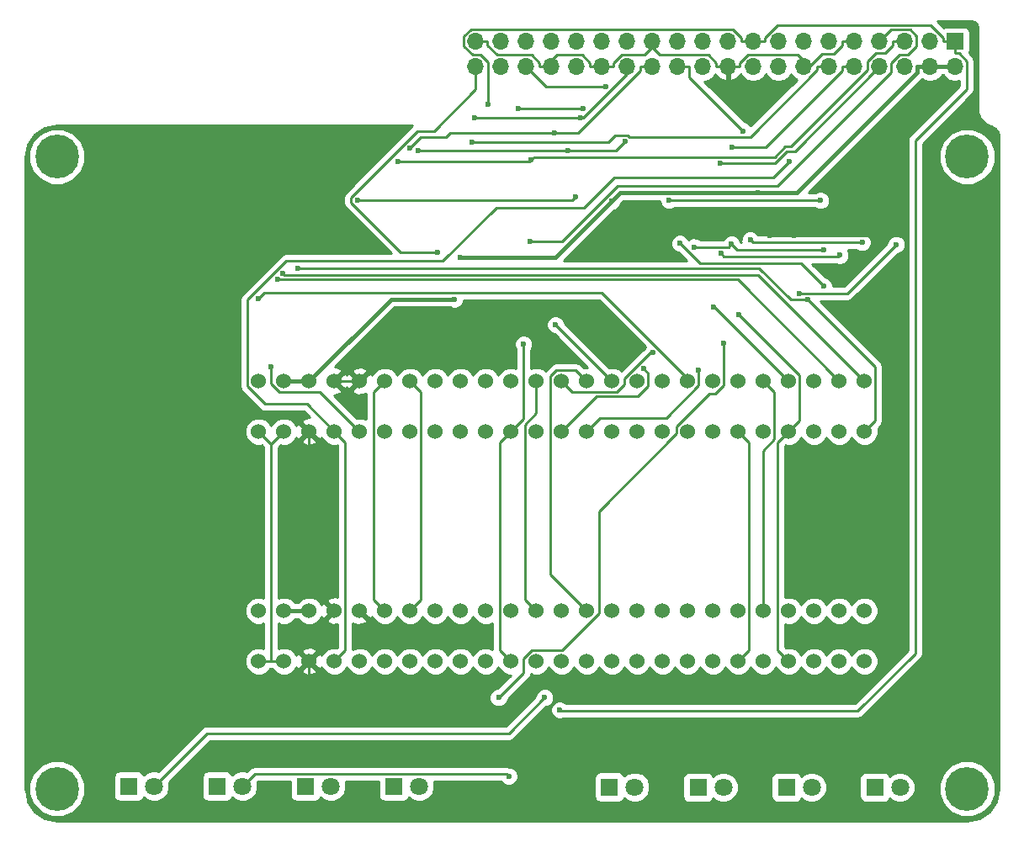
<source format=gbr>
G04 #@! TF.FileFunction,Copper,L1,Top,Signal*
%FSLAX46Y46*%
G04 Gerber Fmt 4.6, Leading zero omitted, Abs format (unit mm)*
G04 Created by KiCad (PCBNEW 4.0.7) date 01/02/19 01:39:15*
%MOMM*%
%LPD*%
G01*
G04 APERTURE LIST*
%ADD10C,0.100000*%
%ADD11C,4.400000*%
%ADD12R,1.700000X1.700000*%
%ADD13O,1.700000X1.700000*%
%ADD14R,1.800000X1.800000*%
%ADD15C,1.800000*%
%ADD16C,1.524000*%
%ADD17C,0.600000*%
%ADD18C,0.250000*%
%ADD19C,0.400000*%
%ADD20C,0.254000*%
G04 APERTURE END LIST*
D10*
D11*
X206756000Y-130937000D03*
X206756000Y-67310000D03*
X115180000Y-67310000D03*
X115189000Y-130937000D03*
D12*
X205572000Y-55727600D03*
D13*
X205572000Y-58267600D03*
X203032000Y-55727600D03*
X203032000Y-58267600D03*
X200492000Y-55727600D03*
X200492000Y-58267600D03*
X197952000Y-55727600D03*
X197952000Y-58267600D03*
X195412000Y-55727600D03*
X195412000Y-58267600D03*
X192872000Y-55727600D03*
X192872000Y-58267600D03*
X190332000Y-55727600D03*
X190332000Y-58267600D03*
X187792000Y-55727600D03*
X187792000Y-58267600D03*
X185252000Y-55727600D03*
X185252000Y-58267600D03*
X182712000Y-55727600D03*
X182712000Y-58267600D03*
X180172000Y-55727600D03*
X180172000Y-58267600D03*
X177632000Y-55727600D03*
X177632000Y-58267600D03*
X175092000Y-55727600D03*
X175092000Y-58267600D03*
X172552000Y-55727600D03*
X172552000Y-58267600D03*
X170012000Y-55727600D03*
X170012000Y-58267600D03*
X167472000Y-55727600D03*
X167472000Y-58267600D03*
X164932000Y-55727600D03*
X164932000Y-58267600D03*
X162392000Y-55727600D03*
X162392000Y-58267600D03*
X159852000Y-55727600D03*
X159852000Y-58267600D03*
X157312000Y-55727600D03*
X157312000Y-58267600D03*
D14*
X131318000Y-130683000D03*
D15*
X133858000Y-130683000D03*
D14*
X140208000Y-130683000D03*
D15*
X142748000Y-130683000D03*
D14*
X122428000Y-130683000D03*
D15*
X124968000Y-130683000D03*
D14*
X149098000Y-130683000D03*
D15*
X151638000Y-130683000D03*
D14*
X170779000Y-130776000D03*
D15*
X173319000Y-130776000D03*
D16*
X196433000Y-89916000D03*
X196433000Y-94996000D03*
X193893000Y-89916000D03*
X193893000Y-94996000D03*
X191353000Y-89916000D03*
X191353000Y-94996000D03*
X188813000Y-89916000D03*
X188813000Y-94996000D03*
X186273000Y-89916000D03*
X186273000Y-94996000D03*
X183733000Y-89916000D03*
X183733000Y-94996000D03*
X181193000Y-89916000D03*
X181193000Y-94996000D03*
X178653000Y-89916000D03*
X178653000Y-94996000D03*
X176113000Y-89916000D03*
X176113000Y-94996000D03*
X173573000Y-89916000D03*
X173573000Y-94996000D03*
X171033000Y-89916000D03*
X171033000Y-94996000D03*
X168493000Y-89916000D03*
X168493000Y-94996000D03*
X165953000Y-89916000D03*
X165953000Y-94996000D03*
X163413000Y-89916000D03*
X163413000Y-94996000D03*
X160873000Y-89916000D03*
X160873000Y-94996000D03*
X158333000Y-89916000D03*
X158333000Y-94996000D03*
X155793000Y-89916000D03*
X155793000Y-94996000D03*
X153253000Y-89916000D03*
X153253000Y-94996000D03*
X150713000Y-89916000D03*
X150713000Y-94996000D03*
X148173000Y-89916000D03*
X148173000Y-94996000D03*
X145633000Y-89916000D03*
X145633000Y-94996000D03*
X143093000Y-89916000D03*
X143093000Y-94996000D03*
X140553000Y-89916000D03*
X140553000Y-94996000D03*
X138013000Y-89916000D03*
X138013000Y-94996000D03*
X135473000Y-89916000D03*
X135473000Y-94996000D03*
X196433000Y-113030000D03*
X196433000Y-118110000D03*
X193893000Y-113030000D03*
X193893000Y-118110000D03*
X191353000Y-113030000D03*
X191353000Y-118110000D03*
X188813000Y-113030000D03*
X188813000Y-118110000D03*
X186273000Y-113030000D03*
X186273000Y-118110000D03*
X183733000Y-113030000D03*
X183733000Y-118110000D03*
X181193000Y-113030000D03*
X181193000Y-118110000D03*
X178653000Y-113030000D03*
X178653000Y-118110000D03*
X176113000Y-113030000D03*
X176113000Y-118110000D03*
X173573000Y-113030000D03*
X173573000Y-118110000D03*
X171033000Y-113030000D03*
X171033000Y-118110000D03*
X168493000Y-113030000D03*
X168493000Y-118110000D03*
X165953000Y-113030000D03*
X165953000Y-118110000D03*
X163413000Y-113030000D03*
X163413000Y-118110000D03*
X160873000Y-113030000D03*
X160873000Y-118110000D03*
X158333000Y-113030000D03*
X158333000Y-118110000D03*
X155793000Y-113030000D03*
X155793000Y-118110000D03*
X153253000Y-113030000D03*
X153253000Y-118110000D03*
X150713000Y-113030000D03*
X150713000Y-118110000D03*
X148173000Y-113030000D03*
X148173000Y-118110000D03*
X145633000Y-113030000D03*
X145633000Y-118110000D03*
X143093000Y-113030000D03*
X143093000Y-118110000D03*
X140553000Y-113030000D03*
X140553000Y-118110000D03*
X138013000Y-113030000D03*
X138013000Y-118110000D03*
X135473000Y-113030000D03*
X135473000Y-118110000D03*
D14*
X179696000Y-130806000D03*
D15*
X182236000Y-130806000D03*
D14*
X188595000Y-130810000D03*
D15*
X191135000Y-130810000D03*
D14*
X197485000Y-130810000D03*
D15*
X200025000Y-130810000D03*
D17*
X189375200Y-75227200D03*
X138054000Y-122761200D03*
X186910300Y-75227200D03*
X200591900Y-74626600D03*
X170986800Y-71817900D03*
X155800200Y-77457500D03*
X185701800Y-70950600D03*
X155194000Y-81658600D03*
X162883300Y-67663900D03*
X149480600Y-67816500D03*
X162814000Y-75884100D03*
X145469100Y-71731500D03*
X167402100Y-71360500D03*
X165221600Y-64944000D03*
X150662800Y-66466100D03*
X166624000Y-66696300D03*
X151560400Y-66696300D03*
X172349900Y-65820900D03*
X167882700Y-63419800D03*
X157201200Y-63419800D03*
X161627500Y-62475600D03*
X168116900Y-62475600D03*
X137942100Y-79078700D03*
X190757300Y-81719900D03*
X139435700Y-78528000D03*
X137427400Y-79704000D03*
X183778700Y-83190500D03*
X189865600Y-81094600D03*
X199644000Y-76165200D03*
X135429100Y-81591800D03*
X165354000Y-84237000D03*
X179740400Y-88843600D03*
X175157800Y-87019100D03*
X174207900Y-88646900D03*
X162143000Y-86181100D03*
X136743100Y-88443700D03*
X165760400Y-123012200D03*
X158552200Y-62082700D03*
X196207700Y-75956500D03*
X184941900Y-75693800D03*
X184225400Y-64724500D03*
X179337000Y-76411700D03*
X183060900Y-76117800D03*
X192346300Y-76724000D03*
X192346300Y-80368300D03*
X177872700Y-76057300D03*
X183098100Y-66399400D03*
X192024000Y-71734400D03*
X176784000Y-71734400D03*
X193977300Y-77253000D03*
X182018400Y-77060600D03*
X181925600Y-67987500D03*
X160655000Y-129683500D03*
X164269200Y-121777200D03*
X156936500Y-65883200D03*
X188838500Y-67823900D03*
X181219400Y-82454300D03*
X170392400Y-60292200D03*
X159624600Y-121779600D03*
X182303700Y-86135200D03*
X153480800Y-76966800D03*
D18*
X157312000Y-55727600D02*
X158487300Y-55727600D01*
X163756700Y-57900200D02*
X163756700Y-58267600D01*
X162948800Y-57092300D02*
X163756700Y-57900200D01*
X159484600Y-57092300D02*
X162948800Y-57092300D01*
X158487300Y-56095000D02*
X159484600Y-57092300D01*
X158487300Y-55727600D02*
X158487300Y-56095000D01*
X190332000Y-58267600D02*
X190919700Y-58267600D01*
X182712000Y-58267600D02*
X183887300Y-58267600D01*
X182712000Y-58267600D02*
X181536700Y-58267600D01*
X183887300Y-57900200D02*
X183887300Y-58267600D01*
X184695200Y-57092300D02*
X183887300Y-57900200D01*
X189744400Y-57092300D02*
X184695200Y-57092300D01*
X190919700Y-58267600D02*
X189744400Y-57092300D01*
X195412000Y-55727600D02*
X194236700Y-55727600D01*
X192189700Y-56997600D02*
X190919700Y-58267600D01*
X193334000Y-56997600D02*
X192189700Y-56997600D01*
X194236700Y-56094900D02*
X193334000Y-56997600D01*
X194236700Y-55727600D02*
X194236700Y-56094900D01*
X170012000Y-58267600D02*
X171187300Y-58267600D01*
X171187300Y-57900200D02*
X171187300Y-58267600D01*
X171995200Y-57092300D02*
X171187300Y-57900200D01*
X174314900Y-57092300D02*
X171995200Y-57092300D01*
X175092000Y-56315200D02*
X174314900Y-57092300D01*
X175092000Y-55727600D02*
X175092000Y-56315200D01*
X181536700Y-57900200D02*
X181536700Y-58267600D01*
X180728800Y-57092300D02*
X181536700Y-57900200D01*
X175869100Y-57092300D02*
X180728800Y-57092300D01*
X175092000Y-56315200D02*
X175869100Y-57092300D01*
X164932000Y-58267600D02*
X164344400Y-58267600D01*
X164344400Y-58267600D02*
X163756700Y-58267600D01*
X168836700Y-57900200D02*
X168836700Y-58267600D01*
X168028800Y-57092300D02*
X168836700Y-57900200D01*
X165519700Y-57092300D02*
X168028800Y-57092300D01*
X164344400Y-58267600D02*
X165519700Y-57092300D01*
X170012000Y-58267600D02*
X168836700Y-58267600D01*
X140553000Y-110490000D02*
X140553000Y-94996000D01*
X143093000Y-113030000D02*
X140553000Y-110490000D01*
X143093000Y-89916000D02*
X145633000Y-89916000D01*
X140553000Y-120262200D02*
X138054000Y-122761200D01*
X140553000Y-118110000D02*
X140553000Y-120262200D01*
X186910300Y-75227200D02*
X189375200Y-75227200D01*
X199991300Y-75227200D02*
X200591900Y-74626600D01*
X189375200Y-75227200D02*
X199991300Y-75227200D01*
D19*
X138013000Y-113030000D02*
X140553000Y-113030000D01*
X205572000Y-58267600D02*
X204321700Y-58267600D01*
X203032000Y-58267600D02*
X204321700Y-58267600D01*
X189645700Y-70950600D02*
X185701800Y-70950600D01*
X201781700Y-58814600D02*
X189645700Y-70950600D01*
X201781700Y-58267600D02*
X201781700Y-58814600D01*
X203032000Y-58267600D02*
X201781700Y-58267600D01*
X138013000Y-89916000D02*
X140553000Y-89916000D01*
X148810400Y-81658600D02*
X155194000Y-81658600D01*
X140553000Y-89916000D02*
X148810400Y-81658600D01*
X165347200Y-77457500D02*
X170986800Y-71817900D01*
X155800200Y-77457500D02*
X165347200Y-77457500D01*
X171854100Y-70950600D02*
X185701800Y-70950600D01*
X170986800Y-71817900D02*
X171854100Y-70950600D01*
D18*
X200492000Y-55727600D02*
X199316700Y-55727600D01*
X163185000Y-67362200D02*
X162883300Y-67663900D01*
X187408700Y-67362200D02*
X163185000Y-67362200D01*
X188452900Y-66318000D02*
X187408700Y-67362200D01*
X189078100Y-66318000D02*
X188452900Y-66318000D01*
X196776600Y-58619500D02*
X189078100Y-66318000D01*
X196776600Y-57700100D02*
X196776600Y-58619500D01*
X197573800Y-56902900D02*
X196776600Y-57700100D01*
X198508800Y-56902900D02*
X197573800Y-56902900D01*
X199316700Y-56095000D02*
X198508800Y-56902900D01*
X199316700Y-55727600D02*
X199316700Y-56095000D01*
X162730700Y-67816500D02*
X162883300Y-67663900D01*
X149480600Y-67816500D02*
X162730700Y-67816500D01*
X199130300Y-54549300D02*
X197952000Y-55727600D01*
X201031500Y-54549300D02*
X199130300Y-54549300D01*
X201667400Y-55185200D02*
X201031500Y-54549300D01*
X201667400Y-56245200D02*
X201667400Y-55185200D01*
X200820400Y-57092200D02*
X201667400Y-56245200D01*
X199973300Y-57092200D02*
X200820400Y-57092200D01*
X199127400Y-57938100D02*
X199973300Y-57092200D01*
X199127400Y-58839700D02*
X199127400Y-57938100D01*
X187659600Y-70307500D02*
X199127400Y-58839700D01*
X171612600Y-70307500D02*
X187659600Y-70307500D01*
X166036000Y-75884100D02*
X171612600Y-70307500D01*
X162814000Y-75884100D02*
X166036000Y-75884100D01*
X167031100Y-71731500D02*
X167402100Y-71360500D01*
X145469100Y-71731500D02*
X167031100Y-71731500D01*
X175092000Y-58267600D02*
X173916700Y-58267600D01*
X173916700Y-58634900D02*
X173916700Y-58267600D01*
X167607600Y-64944000D02*
X173916700Y-58634900D01*
X165221600Y-64944000D02*
X167607600Y-64944000D01*
X151784700Y-65344200D02*
X150662800Y-66466100D01*
X154363100Y-65344200D02*
X151784700Y-65344200D01*
X154763300Y-64944000D02*
X154363100Y-65344200D01*
X165221600Y-64944000D02*
X154763300Y-64944000D01*
X151560400Y-66696300D02*
X166624000Y-66696300D01*
X171474500Y-66696300D02*
X172349900Y-65820900D01*
X166624000Y-66696300D02*
X171474500Y-66696300D01*
X167882700Y-63419800D02*
X157201200Y-63419800D01*
X172552000Y-59017000D02*
X172552000Y-58267600D01*
X168149200Y-63419800D02*
X172552000Y-59017000D01*
X167882700Y-63419800D02*
X168149200Y-63419800D01*
X161627500Y-62475600D02*
X168116900Y-62475600D01*
X185732200Y-79215200D02*
X196433000Y-89916000D01*
X138078600Y-79215200D02*
X185732200Y-79215200D01*
X137942100Y-79078700D02*
X138078600Y-79215200D01*
X189010000Y-81719900D02*
X190757300Y-81719900D01*
X185818100Y-78528000D02*
X189010000Y-81719900D01*
X139435700Y-78528000D02*
X185818100Y-78528000D01*
X197524500Y-93904500D02*
X196433000Y-94996000D01*
X197524500Y-88487100D02*
X197524500Y-93904500D01*
X190757300Y-81719900D02*
X197524500Y-88487100D01*
X183681000Y-79704000D02*
X193893000Y-89916000D01*
X137427400Y-79704000D02*
X183681000Y-79704000D01*
X189924200Y-89336000D02*
X183778700Y-83190500D01*
X189924200Y-93884800D02*
X189924200Y-89336000D01*
X188813000Y-94996000D02*
X189924200Y-93884800D01*
X187723500Y-96085500D02*
X188813000Y-94996000D01*
X187723500Y-117020500D02*
X187723500Y-96085500D01*
X188813000Y-118110000D02*
X187723500Y-117020500D01*
X187384200Y-91027200D02*
X186273000Y-89916000D01*
X187384200Y-95787900D02*
X187384200Y-91027200D01*
X186273000Y-96899100D02*
X187384200Y-95787900D01*
X186273000Y-113030000D02*
X186273000Y-96899100D01*
X184824700Y-117018300D02*
X183733000Y-118110000D01*
X184824700Y-96087700D02*
X184824700Y-117018300D01*
X183733000Y-94996000D02*
X184824700Y-96087700D01*
X194714600Y-81094600D02*
X199644000Y-76165200D01*
X189865600Y-81094600D02*
X194714600Y-81094600D01*
X178653000Y-89625100D02*
X178653000Y-89916000D01*
X170034800Y-81006900D02*
X178653000Y-89625100D01*
X136014000Y-81006900D02*
X170034800Y-81006900D01*
X135429100Y-81591800D02*
X136014000Y-81006900D01*
X171033000Y-89916000D02*
X165354000Y-84237000D01*
X167402500Y-88825500D02*
X168493000Y-89916000D01*
X165450300Y-88825500D02*
X167402500Y-88825500D01*
X164842300Y-89433500D02*
X165450300Y-88825500D01*
X164842300Y-109379300D02*
X164842300Y-89433500D01*
X168493000Y-113030000D02*
X164842300Y-109379300D01*
X179740400Y-90371400D02*
X179740400Y-88843600D01*
X176488600Y-93623200D02*
X179740400Y-90371400D01*
X169865800Y-93623200D02*
X176488600Y-93623200D01*
X168493000Y-94996000D02*
X169865800Y-93623200D01*
X174915700Y-87019100D02*
X175157800Y-87019100D01*
X172303000Y-89631800D02*
X174915700Y-87019100D01*
X172303000Y-90248100D02*
X172303000Y-89631800D01*
X171533100Y-91018000D02*
X172303000Y-90248100D01*
X167055000Y-91018000D02*
X171533100Y-91018000D01*
X165953000Y-89916000D02*
X167055000Y-91018000D01*
X174683700Y-89122700D02*
X174207900Y-88646900D01*
X174683700Y-90393900D02*
X174683700Y-89122700D01*
X173609200Y-91468400D02*
X174683700Y-90393900D01*
X169480600Y-91468400D02*
X173609200Y-91468400D01*
X165953000Y-94996000D02*
X169480600Y-91468400D01*
X163413000Y-93168200D02*
X163413000Y-89916000D01*
X162295800Y-94285400D02*
X163413000Y-93168200D01*
X162295800Y-111912800D02*
X162295800Y-94285400D01*
X163413000Y-113030000D02*
X162295800Y-111912800D01*
X162143000Y-93726000D02*
X162143000Y-86181100D01*
X160873000Y-94996000D02*
X162143000Y-93726000D01*
X159783500Y-96085500D02*
X160873000Y-94996000D01*
X159783500Y-117020500D02*
X159783500Y-96085500D01*
X160873000Y-118110000D02*
X159783500Y-117020500D01*
X151824200Y-91027200D02*
X150713000Y-89916000D01*
X151824200Y-111918800D02*
X151824200Y-91027200D01*
X150713000Y-113030000D02*
X151824200Y-111918800D01*
X147061700Y-91027300D02*
X148173000Y-89916000D01*
X147061700Y-111918700D02*
X147061700Y-91027300D01*
X148173000Y-113030000D02*
X147061700Y-111918700D01*
X136743100Y-90189800D02*
X136743100Y-88443700D01*
X137556700Y-91003400D02*
X136743100Y-90189800D01*
X141640400Y-91003400D02*
X137556700Y-91003400D01*
X145633000Y-94996000D02*
X141640400Y-91003400D01*
X135473000Y-118110000D02*
X136743000Y-118110000D01*
X136743000Y-118110000D02*
X138013000Y-118110000D01*
X135473000Y-94996000D02*
X136743000Y-96266000D01*
X136743000Y-118110000D02*
X136743000Y-96266000D01*
X136743000Y-96266000D02*
X138013000Y-94996000D01*
X201539700Y-94056200D02*
X201539700Y-117331900D01*
X165862000Y-123113800D02*
X165760400Y-123012200D01*
X195757800Y-123113800D02*
X165862000Y-123113800D01*
X201539700Y-117331900D02*
X195757800Y-123113800D01*
X185252000Y-55727600D02*
X184076700Y-55727600D01*
X185252000Y-55727600D02*
X186427300Y-55727600D01*
X158552200Y-57806400D02*
X158552200Y-62082700D01*
X157838000Y-57092200D02*
X158552200Y-57806400D01*
X157002300Y-57092200D02*
X157838000Y-57092200D01*
X156136600Y-56226500D02*
X157002300Y-57092200D01*
X156136600Y-55209700D02*
X156136600Y-56226500D01*
X156850100Y-54496200D02*
X156136600Y-55209700D01*
X183212600Y-54496200D02*
X156850100Y-54496200D01*
X184076700Y-55360300D02*
X183212600Y-54496200D01*
X184076700Y-55727600D02*
X184076700Y-55360300D01*
X204396700Y-55360300D02*
X204396700Y-55727600D01*
X203128500Y-54092100D02*
X204396700Y-55360300D01*
X187695500Y-54092100D02*
X203128500Y-54092100D01*
X186427300Y-55360300D02*
X187695500Y-54092100D01*
X186427300Y-55727600D02*
X186427300Y-55360300D01*
X205572000Y-55727600D02*
X204396700Y-55727600D01*
X205939400Y-56902900D02*
X205572000Y-56902900D01*
X206747300Y-57710800D02*
X205939400Y-56902900D01*
X206747300Y-60529200D02*
X206747300Y-57710800D01*
X201539700Y-65736800D02*
X206747300Y-60529200D01*
X201539700Y-94056200D02*
X201539700Y-65736800D01*
X205572000Y-55727600D02*
X205572000Y-56902900D01*
X185204600Y-75956500D02*
X184941900Y-75693800D01*
X196207700Y-75956500D02*
X185204600Y-75956500D01*
X178807300Y-59306400D02*
X178807300Y-58267600D01*
X184225400Y-64724500D02*
X178807300Y-59306400D01*
X177632000Y-58267600D02*
X178807300Y-58267600D01*
X182767000Y-76411700D02*
X183060900Y-76117800D01*
X179337000Y-76411700D02*
X182767000Y-76411700D01*
X183667100Y-76724000D02*
X183060900Y-76117800D01*
X192346300Y-76724000D02*
X183667100Y-76724000D01*
X190055600Y-78077600D02*
X192346300Y-80368300D01*
X179893000Y-78077600D02*
X190055600Y-78077600D01*
X177872700Y-76057300D02*
X179893000Y-78077600D01*
X186472200Y-66399400D02*
X183098100Y-66399400D01*
X194236700Y-58634900D02*
X186472200Y-66399400D01*
X194236700Y-58267600D02*
X194236700Y-58634900D01*
X195412000Y-58267600D02*
X194236700Y-58267600D01*
X176784000Y-71734400D02*
X192024000Y-71734400D01*
X193881000Y-77349300D02*
X193977300Y-77253000D01*
X182307100Y-77349300D02*
X193881000Y-77349300D01*
X182018400Y-77060600D02*
X182307100Y-77349300D01*
X181925600Y-67987400D02*
X181925600Y-67987500D01*
X187420500Y-67987400D02*
X181925600Y-67987400D01*
X188639600Y-66768300D02*
X187420500Y-67987400D01*
X189451300Y-66768300D02*
X188639600Y-66768300D01*
X197952000Y-58267600D02*
X189451300Y-66768300D01*
X160429100Y-129457600D02*
X160655000Y-129683500D01*
X135083400Y-129457600D02*
X160429100Y-129457600D01*
X133858000Y-130683000D02*
X135083400Y-129457600D01*
X160692900Y-125353500D02*
X164269200Y-121777200D01*
X130297500Y-125353500D02*
X160692900Y-125353500D01*
X124968000Y-130683000D02*
X130297500Y-125353500D01*
X192872000Y-58267600D02*
X191696700Y-58267600D01*
X170682700Y-65883200D02*
X156936500Y-65883200D01*
X171370300Y-65195600D02*
X170682700Y-65883200D01*
X172609000Y-65195600D02*
X171370300Y-65195600D01*
X172763200Y-65349800D02*
X172609000Y-65195600D01*
X184945000Y-65349800D02*
X172763200Y-65349800D01*
X191696700Y-58598100D02*
X184945000Y-65349800D01*
X191696700Y-58267600D02*
X191696700Y-58598100D01*
X144182400Y-96085400D02*
X143093000Y-94996000D01*
X144182400Y-117020600D02*
X144182400Y-96085400D01*
X143093000Y-118110000D02*
X144182400Y-117020600D01*
X187268100Y-69394300D02*
X188838500Y-67823900D01*
X171252100Y-69394300D02*
X187268100Y-69394300D01*
X168184700Y-72461700D02*
X171252100Y-69394300D01*
X159391100Y-72461700D02*
X168184700Y-72461700D01*
X154011900Y-77840900D02*
X159391100Y-72461700D01*
X138247300Y-77840900D02*
X154011900Y-77840900D01*
X134367900Y-81720300D02*
X138247300Y-77840900D01*
X134367900Y-90438800D02*
X134367900Y-81720300D01*
X136151700Y-92222600D02*
X134367900Y-90438800D01*
X140319600Y-92222600D02*
X136151700Y-92222600D01*
X143093000Y-94996000D02*
X140319600Y-92222600D01*
X181351300Y-82454300D02*
X181219400Y-82454300D01*
X188813000Y-89916000D02*
X181351300Y-82454300D01*
X164416600Y-60292200D02*
X170392400Y-60292200D01*
X162392000Y-58267600D02*
X164416600Y-60292200D01*
X182303700Y-90350900D02*
X182303700Y-86135200D01*
X181447400Y-91207200D02*
X182303700Y-90350900D01*
X180828700Y-91207200D02*
X181447400Y-91207200D01*
X177561600Y-94474300D02*
X180828700Y-91207200D01*
X177561600Y-95201800D02*
X177561600Y-94474300D01*
X169763000Y-103000400D02*
X177561600Y-95201800D01*
X169763000Y-113306900D02*
X169763000Y-103000400D01*
X166047300Y-117022600D02*
X169763000Y-113306900D01*
X162938700Y-117022600D02*
X166047300Y-117022600D01*
X162143000Y-117818300D02*
X162938700Y-117022600D01*
X162143000Y-119261200D02*
X162143000Y-117818300D01*
X159624600Y-121779600D02*
X162143000Y-119261200D01*
X157312000Y-58267600D02*
X157312000Y-59442900D01*
X149769800Y-76966800D02*
X153480800Y-76966800D01*
X144772800Y-71969800D02*
X149769800Y-76966800D01*
X144772800Y-71450200D02*
X144772800Y-71969800D01*
X151471400Y-64751600D02*
X144772800Y-71450200D01*
X153107500Y-64751600D02*
X151471400Y-64751600D01*
X157312000Y-60547100D02*
X153107500Y-64751600D01*
X157312000Y-59442900D02*
X157312000Y-60547100D01*
D20*
G36*
X207472979Y-53724478D02*
X207650145Y-53842856D01*
X207768521Y-54020019D01*
X207824000Y-54298931D01*
X207824000Y-62484000D01*
X207834878Y-62538686D01*
X207832402Y-62575574D01*
X207870348Y-62867322D01*
X207907198Y-62976437D01*
X207936660Y-63087782D01*
X208132236Y-63487513D01*
X208132237Y-63487515D01*
X208300194Y-63707822D01*
X208633854Y-64002282D01*
X208784706Y-64090005D01*
X208873333Y-64141544D01*
X209219545Y-64260275D01*
X209605182Y-64497778D01*
X209836762Y-64818019D01*
X209932201Y-65198683D01*
X209933174Y-130994080D01*
X209684350Y-132245001D01*
X209015371Y-133246202D01*
X208013905Y-133915360D01*
X206772838Y-134163350D01*
X115209100Y-134163350D01*
X113958174Y-133914525D01*
X112956973Y-133245546D01*
X112287815Y-132244080D01*
X112138822Y-131498442D01*
X112353509Y-131498442D01*
X112784202Y-132540801D01*
X113581005Y-133338995D01*
X114622610Y-133771507D01*
X115750442Y-133772491D01*
X116792801Y-133341798D01*
X117590995Y-132544995D01*
X118023507Y-131503390D01*
X118024491Y-130375558D01*
X117779652Y-129783000D01*
X120880560Y-129783000D01*
X120880560Y-131583000D01*
X120924838Y-131818317D01*
X121063910Y-132034441D01*
X121276110Y-132179431D01*
X121528000Y-132230440D01*
X123328000Y-132230440D01*
X123563317Y-132186162D01*
X123779441Y-132047090D01*
X123924431Y-131834890D01*
X123928567Y-131814466D01*
X124097357Y-131983551D01*
X124661330Y-132217733D01*
X125271991Y-132218265D01*
X125836371Y-131985068D01*
X126268551Y-131553643D01*
X126502733Y-130989670D01*
X126503265Y-130379009D01*
X126457515Y-130268287D01*
X126942802Y-129783000D01*
X129770560Y-129783000D01*
X129770560Y-131583000D01*
X129814838Y-131818317D01*
X129953910Y-132034441D01*
X130166110Y-132179431D01*
X130418000Y-132230440D01*
X132218000Y-132230440D01*
X132453317Y-132186162D01*
X132669441Y-132047090D01*
X132814431Y-131834890D01*
X132818567Y-131814466D01*
X132987357Y-131983551D01*
X133551330Y-132217733D01*
X134161991Y-132218265D01*
X134726371Y-131985068D01*
X135158551Y-131553643D01*
X135392733Y-130989670D01*
X135393265Y-130379009D01*
X135347515Y-130268287D01*
X135398202Y-130217600D01*
X138660560Y-130217600D01*
X138660560Y-131583000D01*
X138704838Y-131818317D01*
X138843910Y-132034441D01*
X139056110Y-132179431D01*
X139308000Y-132230440D01*
X141108000Y-132230440D01*
X141343317Y-132186162D01*
X141559441Y-132047090D01*
X141704431Y-131834890D01*
X141708567Y-131814466D01*
X141877357Y-131983551D01*
X142441330Y-132217733D01*
X143051991Y-132218265D01*
X143616371Y-131985068D01*
X144048551Y-131553643D01*
X144282733Y-130989670D01*
X144283265Y-130379009D01*
X144216572Y-130217600D01*
X147550560Y-130217600D01*
X147550560Y-131583000D01*
X147594838Y-131818317D01*
X147733910Y-132034441D01*
X147946110Y-132179431D01*
X148198000Y-132230440D01*
X149998000Y-132230440D01*
X150233317Y-132186162D01*
X150449441Y-132047090D01*
X150594431Y-131834890D01*
X150598567Y-131814466D01*
X150767357Y-131983551D01*
X151331330Y-132217733D01*
X151941991Y-132218265D01*
X152506371Y-131985068D01*
X152938551Y-131553643D01*
X153172733Y-130989670D01*
X153173265Y-130379009D01*
X153106572Y-130217600D01*
X159867031Y-130217600D01*
X160124673Y-130475692D01*
X160468201Y-130618338D01*
X160840167Y-130618662D01*
X161183943Y-130476617D01*
X161447192Y-130213827D01*
X161587470Y-129876000D01*
X169231560Y-129876000D01*
X169231560Y-131676000D01*
X169275838Y-131911317D01*
X169414910Y-132127441D01*
X169627110Y-132272431D01*
X169879000Y-132323440D01*
X171679000Y-132323440D01*
X171914317Y-132279162D01*
X172130441Y-132140090D01*
X172275431Y-131927890D01*
X172279567Y-131907466D01*
X172448357Y-132076551D01*
X173012330Y-132310733D01*
X173622991Y-132311265D01*
X174187371Y-132078068D01*
X174619551Y-131646643D01*
X174853733Y-131082670D01*
X174854265Y-130472009D01*
X174621068Y-129907629D01*
X174619442Y-129906000D01*
X178148560Y-129906000D01*
X178148560Y-131706000D01*
X178192838Y-131941317D01*
X178331910Y-132157441D01*
X178544110Y-132302431D01*
X178796000Y-132353440D01*
X180596000Y-132353440D01*
X180831317Y-132309162D01*
X181047441Y-132170090D01*
X181192431Y-131957890D01*
X181196567Y-131937466D01*
X181365357Y-132106551D01*
X181929330Y-132340733D01*
X182539991Y-132341265D01*
X183104371Y-132108068D01*
X183536551Y-131676643D01*
X183770733Y-131112670D01*
X183771265Y-130502009D01*
X183538068Y-129937629D01*
X183510488Y-129910000D01*
X187047560Y-129910000D01*
X187047560Y-131710000D01*
X187091838Y-131945317D01*
X187230910Y-132161441D01*
X187443110Y-132306431D01*
X187695000Y-132357440D01*
X189495000Y-132357440D01*
X189730317Y-132313162D01*
X189946441Y-132174090D01*
X190091431Y-131961890D01*
X190095567Y-131941466D01*
X190264357Y-132110551D01*
X190828330Y-132344733D01*
X191438991Y-132345265D01*
X192003371Y-132112068D01*
X192435551Y-131680643D01*
X192669733Y-131116670D01*
X192670265Y-130506009D01*
X192437068Y-129941629D01*
X192405495Y-129910000D01*
X195937560Y-129910000D01*
X195937560Y-131710000D01*
X195981838Y-131945317D01*
X196120910Y-132161441D01*
X196333110Y-132306431D01*
X196585000Y-132357440D01*
X198385000Y-132357440D01*
X198620317Y-132313162D01*
X198836441Y-132174090D01*
X198981431Y-131961890D01*
X198985567Y-131941466D01*
X199154357Y-132110551D01*
X199718330Y-132344733D01*
X200328991Y-132345265D01*
X200893371Y-132112068D01*
X201325551Y-131680643D01*
X201401207Y-131498442D01*
X203920509Y-131498442D01*
X204351202Y-132540801D01*
X205148005Y-133338995D01*
X206189610Y-133771507D01*
X207317442Y-133772491D01*
X208359801Y-133341798D01*
X209157995Y-132544995D01*
X209590507Y-131503390D01*
X209591491Y-130375558D01*
X209160798Y-129333199D01*
X208363995Y-128535005D01*
X207322390Y-128102493D01*
X206194558Y-128101509D01*
X205152199Y-128532202D01*
X204354005Y-129329005D01*
X203921493Y-130370610D01*
X203920509Y-131498442D01*
X201401207Y-131498442D01*
X201559733Y-131116670D01*
X201560265Y-130506009D01*
X201327068Y-129941629D01*
X200895643Y-129509449D01*
X200331670Y-129275267D01*
X199721009Y-129274735D01*
X199156629Y-129507932D01*
X198988387Y-129675880D01*
X198988162Y-129674683D01*
X198849090Y-129458559D01*
X198636890Y-129313569D01*
X198385000Y-129262560D01*
X196585000Y-129262560D01*
X196349683Y-129306838D01*
X196133559Y-129445910D01*
X195988569Y-129658110D01*
X195937560Y-129910000D01*
X192405495Y-129910000D01*
X192005643Y-129509449D01*
X191441670Y-129275267D01*
X190831009Y-129274735D01*
X190266629Y-129507932D01*
X190098387Y-129675880D01*
X190098162Y-129674683D01*
X189959090Y-129458559D01*
X189746890Y-129313569D01*
X189495000Y-129262560D01*
X187695000Y-129262560D01*
X187459683Y-129306838D01*
X187243559Y-129445910D01*
X187098569Y-129658110D01*
X187047560Y-129910000D01*
X183510488Y-129910000D01*
X183106643Y-129505449D01*
X182542670Y-129271267D01*
X181932009Y-129270735D01*
X181367629Y-129503932D01*
X181199387Y-129671880D01*
X181199162Y-129670683D01*
X181060090Y-129454559D01*
X180847890Y-129309569D01*
X180596000Y-129258560D01*
X178796000Y-129258560D01*
X178560683Y-129302838D01*
X178344559Y-129441910D01*
X178199569Y-129654110D01*
X178148560Y-129906000D01*
X174619442Y-129906000D01*
X174189643Y-129475449D01*
X173625670Y-129241267D01*
X173015009Y-129240735D01*
X172450629Y-129473932D01*
X172282387Y-129641880D01*
X172282162Y-129640683D01*
X172143090Y-129424559D01*
X171930890Y-129279569D01*
X171679000Y-129228560D01*
X169879000Y-129228560D01*
X169643683Y-129272838D01*
X169427559Y-129411910D01*
X169282569Y-129624110D01*
X169231560Y-129876000D01*
X161587470Y-129876000D01*
X161589838Y-129870299D01*
X161590162Y-129498333D01*
X161448117Y-129154557D01*
X161185327Y-128891308D01*
X160841799Y-128748662D01*
X160685118Y-128748526D01*
X160429100Y-128697600D01*
X135083400Y-128697600D01*
X134792560Y-128755452D01*
X134545999Y-128920199D01*
X134272964Y-129193234D01*
X134164670Y-129148267D01*
X133554009Y-129147735D01*
X132989629Y-129380932D01*
X132821387Y-129548880D01*
X132821162Y-129547683D01*
X132682090Y-129331559D01*
X132469890Y-129186569D01*
X132218000Y-129135560D01*
X130418000Y-129135560D01*
X130182683Y-129179838D01*
X129966559Y-129318910D01*
X129821569Y-129531110D01*
X129770560Y-129783000D01*
X126942802Y-129783000D01*
X130612302Y-126113500D01*
X160692900Y-126113500D01*
X160983739Y-126055648D01*
X161230301Y-125890901D01*
X164408880Y-122712322D01*
X164454367Y-122712362D01*
X164798143Y-122570317D01*
X165061392Y-122307527D01*
X165204038Y-121963999D01*
X165204362Y-121592033D01*
X165062317Y-121248257D01*
X164799527Y-120985008D01*
X164455999Y-120842362D01*
X164084033Y-120842038D01*
X163740257Y-120984083D01*
X163477008Y-121246873D01*
X163334362Y-121590401D01*
X163334321Y-121637277D01*
X160378098Y-124593500D01*
X130297500Y-124593500D01*
X130006660Y-124651352D01*
X129760099Y-124816099D01*
X125382964Y-129193234D01*
X125274670Y-129148267D01*
X124664009Y-129147735D01*
X124099629Y-129380932D01*
X123931387Y-129548880D01*
X123931162Y-129547683D01*
X123792090Y-129331559D01*
X123579890Y-129186569D01*
X123328000Y-129135560D01*
X121528000Y-129135560D01*
X121292683Y-129179838D01*
X121076559Y-129318910D01*
X120931569Y-129531110D01*
X120880560Y-129783000D01*
X117779652Y-129783000D01*
X117593798Y-129333199D01*
X116796995Y-128535005D01*
X115755390Y-128102493D01*
X114627558Y-128101509D01*
X113585199Y-128532202D01*
X112787005Y-129329005D01*
X112354493Y-130370610D01*
X112353509Y-131498442D01*
X112138822Y-131498442D01*
X112039175Y-130999760D01*
X112039175Y-95272661D01*
X134075758Y-95272661D01*
X134287990Y-95786303D01*
X134680630Y-96179629D01*
X135193900Y-96392757D01*
X135749661Y-96393242D01*
X135782055Y-96379857D01*
X135983000Y-96580802D01*
X135983000Y-111729121D01*
X135752100Y-111633243D01*
X135196339Y-111632758D01*
X134682697Y-111844990D01*
X134289371Y-112237630D01*
X134076243Y-112750900D01*
X134075758Y-113306661D01*
X134287990Y-113820303D01*
X134680630Y-114213629D01*
X135193900Y-114426757D01*
X135749661Y-114427242D01*
X135983000Y-114330829D01*
X135983000Y-116809121D01*
X135752100Y-116713243D01*
X135196339Y-116712758D01*
X134682697Y-116924990D01*
X134289371Y-117317630D01*
X134076243Y-117830900D01*
X134075758Y-118386661D01*
X134287990Y-118900303D01*
X134680630Y-119293629D01*
X135193900Y-119506757D01*
X135749661Y-119507242D01*
X136263303Y-119295010D01*
X136656629Y-118902370D01*
X136670070Y-118870000D01*
X136815469Y-118870000D01*
X136827990Y-118900303D01*
X137220630Y-119293629D01*
X137733900Y-119506757D01*
X138289661Y-119507242D01*
X138803303Y-119295010D01*
X139008457Y-119090213D01*
X139752392Y-119090213D01*
X139821857Y-119332397D01*
X140345302Y-119519144D01*
X140900368Y-119491362D01*
X141284143Y-119332397D01*
X141353608Y-119090213D01*
X140553000Y-118289605D01*
X139752392Y-119090213D01*
X139008457Y-119090213D01*
X139196629Y-118902370D01*
X139276395Y-118710273D01*
X139330603Y-118841143D01*
X139572787Y-118910608D01*
X140373395Y-118110000D01*
X139572787Y-117309392D01*
X139330603Y-117378857D01*
X139280491Y-117519318D01*
X139198010Y-117319697D01*
X139008432Y-117129787D01*
X139752392Y-117129787D01*
X140553000Y-117930395D01*
X141353608Y-117129787D01*
X141284143Y-116887603D01*
X140760698Y-116700856D01*
X140205632Y-116728638D01*
X139821857Y-116887603D01*
X139752392Y-117129787D01*
X139008432Y-117129787D01*
X138805370Y-116926371D01*
X138292100Y-116713243D01*
X137736339Y-116712758D01*
X137503000Y-116809171D01*
X137503000Y-114330879D01*
X137733900Y-114426757D01*
X138289661Y-114427242D01*
X138803303Y-114215010D01*
X139153925Y-113865000D01*
X139412609Y-113865000D01*
X139760630Y-114213629D01*
X140273900Y-114426757D01*
X140829661Y-114427242D01*
X141343303Y-114215010D01*
X141736629Y-113822370D01*
X141816395Y-113630273D01*
X141870603Y-113761143D01*
X142112787Y-113830608D01*
X142913395Y-113030000D01*
X142112787Y-112229392D01*
X141870603Y-112298857D01*
X141820491Y-112439318D01*
X141738010Y-112239697D01*
X141345370Y-111846371D01*
X140832100Y-111633243D01*
X140276339Y-111632758D01*
X139762697Y-111844990D01*
X139412075Y-112195000D01*
X139153391Y-112195000D01*
X138805370Y-111846371D01*
X138292100Y-111633243D01*
X137736339Y-111632758D01*
X137503000Y-111729171D01*
X137503000Y-96580802D01*
X137703619Y-96380183D01*
X137733900Y-96392757D01*
X138289661Y-96393242D01*
X138803303Y-96181010D01*
X139008457Y-95976213D01*
X139752392Y-95976213D01*
X139821857Y-96218397D01*
X140345302Y-96405144D01*
X140900368Y-96377362D01*
X141284143Y-96218397D01*
X141353608Y-95976213D01*
X140553000Y-95175605D01*
X139752392Y-95976213D01*
X139008457Y-95976213D01*
X139196629Y-95788370D01*
X139276395Y-95596273D01*
X139330603Y-95727143D01*
X139572787Y-95796608D01*
X140373395Y-94996000D01*
X139572787Y-94195392D01*
X139330603Y-94264857D01*
X139280491Y-94405318D01*
X139198010Y-94205697D01*
X138805370Y-93812371D01*
X138292100Y-93599243D01*
X137736339Y-93598758D01*
X137222697Y-93810990D01*
X136829371Y-94203630D01*
X136743051Y-94411512D01*
X136658010Y-94205697D01*
X136265370Y-93812371D01*
X135752100Y-93599243D01*
X135196339Y-93598758D01*
X134682697Y-93810990D01*
X134289371Y-94203630D01*
X134076243Y-94716900D01*
X134075758Y-95272661D01*
X112039175Y-95272661D01*
X112039175Y-67871442D01*
X112344509Y-67871442D01*
X112775202Y-68913801D01*
X113572005Y-69711995D01*
X114613610Y-70144507D01*
X115741442Y-70145491D01*
X116783801Y-69714798D01*
X117581995Y-68917995D01*
X118014507Y-67876390D01*
X118015491Y-66748558D01*
X117584798Y-65706199D01*
X116787995Y-64908005D01*
X115746390Y-64475493D01*
X114618558Y-64474509D01*
X113576199Y-64905202D01*
X112778005Y-65702005D01*
X112345493Y-66743610D01*
X112344509Y-67871442D01*
X112039175Y-67871442D01*
X112039175Y-67379931D01*
X112287999Y-66129005D01*
X112956979Y-65127804D01*
X113958449Y-64458645D01*
X115202765Y-64210006D01*
X150940274Y-64210006D01*
X150933999Y-64214199D01*
X144235399Y-70912799D01*
X144070652Y-71159361D01*
X144012800Y-71450200D01*
X144012800Y-71969800D01*
X144070652Y-72260639D01*
X144235399Y-72507201D01*
X148809098Y-77080900D01*
X138247300Y-77080900D01*
X137956461Y-77138752D01*
X137709899Y-77303499D01*
X133830499Y-81182899D01*
X133665752Y-81429461D01*
X133607900Y-81720300D01*
X133607900Y-90438800D01*
X133665752Y-90729639D01*
X133830499Y-90976201D01*
X135614299Y-92760001D01*
X135860861Y-92924748D01*
X136151700Y-92982600D01*
X140004798Y-92982600D01*
X140616282Y-93594084D01*
X140205632Y-93614638D01*
X139821857Y-93773603D01*
X139752392Y-94015787D01*
X140553000Y-94816395D01*
X140567143Y-94802253D01*
X140746748Y-94981858D01*
X140732605Y-94996000D01*
X141533213Y-95796608D01*
X141775397Y-95727143D01*
X141825509Y-95586682D01*
X141907990Y-95786303D01*
X142300630Y-96179629D01*
X142813900Y-96392757D01*
X143369661Y-96393242D01*
X143402055Y-96379857D01*
X143422400Y-96400202D01*
X143422400Y-111664275D01*
X143300698Y-111620856D01*
X142745632Y-111648638D01*
X142361857Y-111807603D01*
X142292392Y-112049787D01*
X143093000Y-112850395D01*
X143107143Y-112836253D01*
X143286748Y-113015858D01*
X143272605Y-113030000D01*
X143286748Y-113044143D01*
X143107143Y-113223748D01*
X143093000Y-113209605D01*
X142292392Y-114010213D01*
X142361857Y-114252397D01*
X142885302Y-114439144D01*
X143422400Y-114412261D01*
X143422400Y-116705798D01*
X143402381Y-116725817D01*
X143372100Y-116713243D01*
X142816339Y-116712758D01*
X142302697Y-116924990D01*
X141909371Y-117317630D01*
X141829605Y-117509727D01*
X141775397Y-117378857D01*
X141533213Y-117309392D01*
X140732605Y-118110000D01*
X141533213Y-118910608D01*
X141775397Y-118841143D01*
X141825509Y-118700682D01*
X141907990Y-118900303D01*
X142300630Y-119293629D01*
X142813900Y-119506757D01*
X143369661Y-119507242D01*
X143883303Y-119295010D01*
X144276629Y-118902370D01*
X144362949Y-118694488D01*
X144447990Y-118900303D01*
X144840630Y-119293629D01*
X145353900Y-119506757D01*
X145909661Y-119507242D01*
X146423303Y-119295010D01*
X146816629Y-118902370D01*
X146902949Y-118694488D01*
X146987990Y-118900303D01*
X147380630Y-119293629D01*
X147893900Y-119506757D01*
X148449661Y-119507242D01*
X148963303Y-119295010D01*
X149356629Y-118902370D01*
X149442949Y-118694488D01*
X149527990Y-118900303D01*
X149920630Y-119293629D01*
X150433900Y-119506757D01*
X150989661Y-119507242D01*
X151503303Y-119295010D01*
X151896629Y-118902370D01*
X151982949Y-118694488D01*
X152067990Y-118900303D01*
X152460630Y-119293629D01*
X152973900Y-119506757D01*
X153529661Y-119507242D01*
X154043303Y-119295010D01*
X154436629Y-118902370D01*
X154522949Y-118694488D01*
X154607990Y-118900303D01*
X155000630Y-119293629D01*
X155513900Y-119506757D01*
X156069661Y-119507242D01*
X156583303Y-119295010D01*
X156976629Y-118902370D01*
X157062949Y-118694488D01*
X157147990Y-118900303D01*
X157540630Y-119293629D01*
X158053900Y-119506757D01*
X158609661Y-119507242D01*
X159123303Y-119295010D01*
X159516629Y-118902370D01*
X159602949Y-118694488D01*
X159687990Y-118900303D01*
X160080630Y-119293629D01*
X160593900Y-119506757D01*
X160822442Y-119506956D01*
X159484920Y-120844478D01*
X159439433Y-120844438D01*
X159095657Y-120986483D01*
X158832408Y-121249273D01*
X158689762Y-121592801D01*
X158689438Y-121964767D01*
X158831483Y-122308543D01*
X159094273Y-122571792D01*
X159437801Y-122714438D01*
X159809767Y-122714762D01*
X160153543Y-122572717D01*
X160416792Y-122309927D01*
X160559438Y-121966399D01*
X160559479Y-121919523D01*
X162680401Y-119798601D01*
X162845148Y-119552040D01*
X162854746Y-119503786D01*
X162875498Y-119399459D01*
X163133900Y-119506757D01*
X163689661Y-119507242D01*
X164203303Y-119295010D01*
X164596629Y-118902370D01*
X164682949Y-118694488D01*
X164767990Y-118900303D01*
X165160630Y-119293629D01*
X165673900Y-119506757D01*
X166229661Y-119507242D01*
X166743303Y-119295010D01*
X167136629Y-118902370D01*
X167222949Y-118694488D01*
X167307990Y-118900303D01*
X167700630Y-119293629D01*
X168213900Y-119506757D01*
X168769661Y-119507242D01*
X169283303Y-119295010D01*
X169676629Y-118902370D01*
X169762949Y-118694488D01*
X169847990Y-118900303D01*
X170240630Y-119293629D01*
X170753900Y-119506757D01*
X171309661Y-119507242D01*
X171823303Y-119295010D01*
X172216629Y-118902370D01*
X172302949Y-118694488D01*
X172387990Y-118900303D01*
X172780630Y-119293629D01*
X173293900Y-119506757D01*
X173849661Y-119507242D01*
X174363303Y-119295010D01*
X174756629Y-118902370D01*
X174842949Y-118694488D01*
X174927990Y-118900303D01*
X175320630Y-119293629D01*
X175833900Y-119506757D01*
X176389661Y-119507242D01*
X176903303Y-119295010D01*
X177296629Y-118902370D01*
X177382949Y-118694488D01*
X177467990Y-118900303D01*
X177860630Y-119293629D01*
X178373900Y-119506757D01*
X178929661Y-119507242D01*
X179443303Y-119295010D01*
X179836629Y-118902370D01*
X179922949Y-118694488D01*
X180007990Y-118900303D01*
X180400630Y-119293629D01*
X180913900Y-119506757D01*
X181469661Y-119507242D01*
X181983303Y-119295010D01*
X182376629Y-118902370D01*
X182462949Y-118694488D01*
X182547990Y-118900303D01*
X182940630Y-119293629D01*
X183453900Y-119506757D01*
X184009661Y-119507242D01*
X184523303Y-119295010D01*
X184916629Y-118902370D01*
X185002949Y-118694488D01*
X185087990Y-118900303D01*
X185480630Y-119293629D01*
X185993900Y-119506757D01*
X186549661Y-119507242D01*
X187063303Y-119295010D01*
X187456629Y-118902370D01*
X187542949Y-118694488D01*
X187627990Y-118900303D01*
X188020630Y-119293629D01*
X188533900Y-119506757D01*
X189089661Y-119507242D01*
X189603303Y-119295010D01*
X189996629Y-118902370D01*
X190082949Y-118694488D01*
X190167990Y-118900303D01*
X190560630Y-119293629D01*
X191073900Y-119506757D01*
X191629661Y-119507242D01*
X192143303Y-119295010D01*
X192536629Y-118902370D01*
X192622949Y-118694488D01*
X192707990Y-118900303D01*
X193100630Y-119293629D01*
X193613900Y-119506757D01*
X194169661Y-119507242D01*
X194683303Y-119295010D01*
X195076629Y-118902370D01*
X195162949Y-118694488D01*
X195247990Y-118900303D01*
X195640630Y-119293629D01*
X196153900Y-119506757D01*
X196709661Y-119507242D01*
X197223303Y-119295010D01*
X197616629Y-118902370D01*
X197829757Y-118389100D01*
X197830242Y-117833339D01*
X197618010Y-117319697D01*
X197225370Y-116926371D01*
X196712100Y-116713243D01*
X196156339Y-116712758D01*
X195642697Y-116924990D01*
X195249371Y-117317630D01*
X195163051Y-117525512D01*
X195078010Y-117319697D01*
X194685370Y-116926371D01*
X194172100Y-116713243D01*
X193616339Y-116712758D01*
X193102697Y-116924990D01*
X192709371Y-117317630D01*
X192623051Y-117525512D01*
X192538010Y-117319697D01*
X192145370Y-116926371D01*
X191632100Y-116713243D01*
X191076339Y-116712758D01*
X190562697Y-116924990D01*
X190169371Y-117317630D01*
X190083051Y-117525512D01*
X189998010Y-117319697D01*
X189605370Y-116926371D01*
X189092100Y-116713243D01*
X188536339Y-116712758D01*
X188503945Y-116726143D01*
X188483500Y-116705698D01*
X188483500Y-114405829D01*
X188533900Y-114426757D01*
X189089661Y-114427242D01*
X189603303Y-114215010D01*
X189996629Y-113822370D01*
X190082949Y-113614488D01*
X190167990Y-113820303D01*
X190560630Y-114213629D01*
X191073900Y-114426757D01*
X191629661Y-114427242D01*
X192143303Y-114215010D01*
X192536629Y-113822370D01*
X192622949Y-113614488D01*
X192707990Y-113820303D01*
X193100630Y-114213629D01*
X193613900Y-114426757D01*
X194169661Y-114427242D01*
X194683303Y-114215010D01*
X195076629Y-113822370D01*
X195162949Y-113614488D01*
X195247990Y-113820303D01*
X195640630Y-114213629D01*
X196153900Y-114426757D01*
X196709661Y-114427242D01*
X197223303Y-114215010D01*
X197616629Y-113822370D01*
X197829757Y-113309100D01*
X197830242Y-112753339D01*
X197618010Y-112239697D01*
X197225370Y-111846371D01*
X196712100Y-111633243D01*
X196156339Y-111632758D01*
X195642697Y-111844990D01*
X195249371Y-112237630D01*
X195163051Y-112445512D01*
X195078010Y-112239697D01*
X194685370Y-111846371D01*
X194172100Y-111633243D01*
X193616339Y-111632758D01*
X193102697Y-111844990D01*
X192709371Y-112237630D01*
X192623051Y-112445512D01*
X192538010Y-112239697D01*
X192145370Y-111846371D01*
X191632100Y-111633243D01*
X191076339Y-111632758D01*
X190562697Y-111844990D01*
X190169371Y-112237630D01*
X190083051Y-112445512D01*
X189998010Y-112239697D01*
X189605370Y-111846371D01*
X189092100Y-111633243D01*
X188536339Y-111632758D01*
X188483500Y-111654591D01*
X188483500Y-96400302D01*
X188503619Y-96380183D01*
X188533900Y-96392757D01*
X189089661Y-96393242D01*
X189603303Y-96181010D01*
X189996629Y-95788370D01*
X190082949Y-95580488D01*
X190167990Y-95786303D01*
X190560630Y-96179629D01*
X191073900Y-96392757D01*
X191629661Y-96393242D01*
X192143303Y-96181010D01*
X192536629Y-95788370D01*
X192622949Y-95580488D01*
X192707990Y-95786303D01*
X193100630Y-96179629D01*
X193613900Y-96392757D01*
X194169661Y-96393242D01*
X194683303Y-96181010D01*
X195076629Y-95788370D01*
X195162949Y-95580488D01*
X195247990Y-95786303D01*
X195640630Y-96179629D01*
X196153900Y-96392757D01*
X196709661Y-96393242D01*
X197223303Y-96181010D01*
X197616629Y-95788370D01*
X197829757Y-95275100D01*
X197830242Y-94719339D01*
X197816857Y-94686945D01*
X198061901Y-94441901D01*
X198226648Y-94195339D01*
X198284500Y-93904500D01*
X198284500Y-88487100D01*
X198226648Y-88196261D01*
X198061901Y-87949699D01*
X191966802Y-81854600D01*
X194714600Y-81854600D01*
X195005439Y-81796748D01*
X195252001Y-81632001D01*
X199783680Y-77100322D01*
X199829167Y-77100362D01*
X200172943Y-76958317D01*
X200436192Y-76695527D01*
X200578838Y-76351999D01*
X200579162Y-75980033D01*
X200437117Y-75636257D01*
X200174327Y-75373008D01*
X199830799Y-75230362D01*
X199458833Y-75230038D01*
X199115057Y-75372083D01*
X198851808Y-75634873D01*
X198709162Y-75978401D01*
X198709121Y-76025277D01*
X194399798Y-80334600D01*
X193281330Y-80334600D01*
X193281462Y-80183133D01*
X193139417Y-79839357D01*
X192876627Y-79576108D01*
X192533099Y-79433462D01*
X192486223Y-79433421D01*
X191162102Y-78109300D01*
X193601361Y-78109300D01*
X193790501Y-78187838D01*
X194162467Y-78188162D01*
X194506243Y-78046117D01*
X194769492Y-77783327D01*
X194912138Y-77439799D01*
X194912462Y-77067833D01*
X194770417Y-76724057D01*
X194762873Y-76716500D01*
X195645237Y-76716500D01*
X195677373Y-76748692D01*
X196020901Y-76891338D01*
X196392867Y-76891662D01*
X196736643Y-76749617D01*
X196999892Y-76486827D01*
X197142538Y-76143299D01*
X197142862Y-75771333D01*
X197000817Y-75427557D01*
X196738027Y-75164308D01*
X196394499Y-75021662D01*
X196022533Y-75021338D01*
X195678757Y-75163383D01*
X195645582Y-75196500D01*
X185748092Y-75196500D01*
X185735017Y-75164857D01*
X185472227Y-74901608D01*
X185128699Y-74758962D01*
X184756733Y-74758638D01*
X184412957Y-74900683D01*
X184149708Y-75163473D01*
X184007062Y-75507001D01*
X184006738Y-75878967D01*
X184041873Y-75964000D01*
X183996035Y-75964000D01*
X183996062Y-75932633D01*
X183854017Y-75588857D01*
X183591227Y-75325608D01*
X183247699Y-75182962D01*
X182875733Y-75182638D01*
X182531957Y-75324683D01*
X182268708Y-75587473D01*
X182242038Y-75651700D01*
X179899463Y-75651700D01*
X179867327Y-75619508D01*
X179523799Y-75476862D01*
X179151833Y-75476538D01*
X178808057Y-75618583D01*
X178733748Y-75692763D01*
X178665817Y-75528357D01*
X178403027Y-75265108D01*
X178059499Y-75122462D01*
X177687533Y-75122138D01*
X177343757Y-75264183D01*
X177080508Y-75526973D01*
X176937862Y-75870501D01*
X176937538Y-76242467D01*
X177079583Y-76586243D01*
X177342373Y-76849492D01*
X177685901Y-76992138D01*
X177732777Y-76992179D01*
X178508598Y-77768000D01*
X166217568Y-77768000D01*
X171275133Y-72710435D01*
X171515743Y-72611017D01*
X171778992Y-72348227D01*
X171879578Y-72105990D01*
X172199968Y-71785600D01*
X175848955Y-71785600D01*
X175848838Y-71919567D01*
X175990883Y-72263343D01*
X176253673Y-72526592D01*
X176597201Y-72669238D01*
X176969167Y-72669562D01*
X177312943Y-72527517D01*
X177346118Y-72494400D01*
X191461537Y-72494400D01*
X191493673Y-72526592D01*
X191837201Y-72669238D01*
X192209167Y-72669562D01*
X192552943Y-72527517D01*
X192816192Y-72264727D01*
X192958838Y-71921199D01*
X192959162Y-71549233D01*
X192817117Y-71205457D01*
X192554327Y-70942208D01*
X192210799Y-70799562D01*
X191838833Y-70799238D01*
X191495057Y-70941283D01*
X191461882Y-70974400D01*
X190802768Y-70974400D01*
X202250787Y-59526381D01*
X202463715Y-59668654D01*
X203032000Y-59781693D01*
X203600285Y-59668654D01*
X204082054Y-59346747D01*
X204245187Y-59102600D01*
X204358813Y-59102600D01*
X204521946Y-59346747D01*
X205003715Y-59668654D01*
X205572000Y-59781693D01*
X205987300Y-59699085D01*
X205987300Y-60214398D01*
X201002299Y-65199399D01*
X200837552Y-65445961D01*
X200779700Y-65736800D01*
X200779700Y-117017098D01*
X195442998Y-122353800D01*
X166424286Y-122353800D01*
X166290727Y-122220008D01*
X165947199Y-122077362D01*
X165575233Y-122077038D01*
X165231457Y-122219083D01*
X164968208Y-122481873D01*
X164825562Y-122825401D01*
X164825238Y-123197367D01*
X164967283Y-123541143D01*
X165230073Y-123804392D01*
X165573601Y-123947038D01*
X165945567Y-123947362D01*
X166123601Y-123873800D01*
X195757800Y-123873800D01*
X196048639Y-123815948D01*
X196295201Y-123651201D01*
X202077101Y-117869301D01*
X202241848Y-117622740D01*
X202299700Y-117331900D01*
X202299700Y-67871442D01*
X203920509Y-67871442D01*
X204351202Y-68913801D01*
X205148005Y-69711995D01*
X206189610Y-70144507D01*
X207317442Y-70145491D01*
X208359801Y-69714798D01*
X209157995Y-68917995D01*
X209590507Y-67876390D01*
X209591491Y-66748558D01*
X209160798Y-65706199D01*
X208363995Y-64908005D01*
X207322390Y-64475493D01*
X206194558Y-64474509D01*
X205152199Y-64905202D01*
X204354005Y-65702005D01*
X203921493Y-66743610D01*
X203920509Y-67871442D01*
X202299700Y-67871442D01*
X202299700Y-66051602D01*
X207284701Y-61066601D01*
X207449448Y-60820039D01*
X207507300Y-60529200D01*
X207507300Y-57710800D01*
X207449448Y-57419961D01*
X207284701Y-57173399D01*
X206986916Y-56875614D01*
X207018431Y-56829490D01*
X207069440Y-56577600D01*
X207069440Y-54877600D01*
X207025162Y-54642283D01*
X206886090Y-54426159D01*
X206673890Y-54281169D01*
X206422000Y-54230160D01*
X204722000Y-54230160D01*
X204486683Y-54274438D01*
X204425202Y-54314000D01*
X203780202Y-53669000D01*
X207194070Y-53669000D01*
X207472979Y-53724478D01*
X207472979Y-53724478D01*
G37*
X207472979Y-53724478D02*
X207650145Y-53842856D01*
X207768521Y-54020019D01*
X207824000Y-54298931D01*
X207824000Y-62484000D01*
X207834878Y-62538686D01*
X207832402Y-62575574D01*
X207870348Y-62867322D01*
X207907198Y-62976437D01*
X207936660Y-63087782D01*
X208132236Y-63487513D01*
X208132237Y-63487515D01*
X208300194Y-63707822D01*
X208633854Y-64002282D01*
X208784706Y-64090005D01*
X208873333Y-64141544D01*
X209219545Y-64260275D01*
X209605182Y-64497778D01*
X209836762Y-64818019D01*
X209932201Y-65198683D01*
X209933174Y-130994080D01*
X209684350Y-132245001D01*
X209015371Y-133246202D01*
X208013905Y-133915360D01*
X206772838Y-134163350D01*
X115209100Y-134163350D01*
X113958174Y-133914525D01*
X112956973Y-133245546D01*
X112287815Y-132244080D01*
X112138822Y-131498442D01*
X112353509Y-131498442D01*
X112784202Y-132540801D01*
X113581005Y-133338995D01*
X114622610Y-133771507D01*
X115750442Y-133772491D01*
X116792801Y-133341798D01*
X117590995Y-132544995D01*
X118023507Y-131503390D01*
X118024491Y-130375558D01*
X117779652Y-129783000D01*
X120880560Y-129783000D01*
X120880560Y-131583000D01*
X120924838Y-131818317D01*
X121063910Y-132034441D01*
X121276110Y-132179431D01*
X121528000Y-132230440D01*
X123328000Y-132230440D01*
X123563317Y-132186162D01*
X123779441Y-132047090D01*
X123924431Y-131834890D01*
X123928567Y-131814466D01*
X124097357Y-131983551D01*
X124661330Y-132217733D01*
X125271991Y-132218265D01*
X125836371Y-131985068D01*
X126268551Y-131553643D01*
X126502733Y-130989670D01*
X126503265Y-130379009D01*
X126457515Y-130268287D01*
X126942802Y-129783000D01*
X129770560Y-129783000D01*
X129770560Y-131583000D01*
X129814838Y-131818317D01*
X129953910Y-132034441D01*
X130166110Y-132179431D01*
X130418000Y-132230440D01*
X132218000Y-132230440D01*
X132453317Y-132186162D01*
X132669441Y-132047090D01*
X132814431Y-131834890D01*
X132818567Y-131814466D01*
X132987357Y-131983551D01*
X133551330Y-132217733D01*
X134161991Y-132218265D01*
X134726371Y-131985068D01*
X135158551Y-131553643D01*
X135392733Y-130989670D01*
X135393265Y-130379009D01*
X135347515Y-130268287D01*
X135398202Y-130217600D01*
X138660560Y-130217600D01*
X138660560Y-131583000D01*
X138704838Y-131818317D01*
X138843910Y-132034441D01*
X139056110Y-132179431D01*
X139308000Y-132230440D01*
X141108000Y-132230440D01*
X141343317Y-132186162D01*
X141559441Y-132047090D01*
X141704431Y-131834890D01*
X141708567Y-131814466D01*
X141877357Y-131983551D01*
X142441330Y-132217733D01*
X143051991Y-132218265D01*
X143616371Y-131985068D01*
X144048551Y-131553643D01*
X144282733Y-130989670D01*
X144283265Y-130379009D01*
X144216572Y-130217600D01*
X147550560Y-130217600D01*
X147550560Y-131583000D01*
X147594838Y-131818317D01*
X147733910Y-132034441D01*
X147946110Y-132179431D01*
X148198000Y-132230440D01*
X149998000Y-132230440D01*
X150233317Y-132186162D01*
X150449441Y-132047090D01*
X150594431Y-131834890D01*
X150598567Y-131814466D01*
X150767357Y-131983551D01*
X151331330Y-132217733D01*
X151941991Y-132218265D01*
X152506371Y-131985068D01*
X152938551Y-131553643D01*
X153172733Y-130989670D01*
X153173265Y-130379009D01*
X153106572Y-130217600D01*
X159867031Y-130217600D01*
X160124673Y-130475692D01*
X160468201Y-130618338D01*
X160840167Y-130618662D01*
X161183943Y-130476617D01*
X161447192Y-130213827D01*
X161587470Y-129876000D01*
X169231560Y-129876000D01*
X169231560Y-131676000D01*
X169275838Y-131911317D01*
X169414910Y-132127441D01*
X169627110Y-132272431D01*
X169879000Y-132323440D01*
X171679000Y-132323440D01*
X171914317Y-132279162D01*
X172130441Y-132140090D01*
X172275431Y-131927890D01*
X172279567Y-131907466D01*
X172448357Y-132076551D01*
X173012330Y-132310733D01*
X173622991Y-132311265D01*
X174187371Y-132078068D01*
X174619551Y-131646643D01*
X174853733Y-131082670D01*
X174854265Y-130472009D01*
X174621068Y-129907629D01*
X174619442Y-129906000D01*
X178148560Y-129906000D01*
X178148560Y-131706000D01*
X178192838Y-131941317D01*
X178331910Y-132157441D01*
X178544110Y-132302431D01*
X178796000Y-132353440D01*
X180596000Y-132353440D01*
X180831317Y-132309162D01*
X181047441Y-132170090D01*
X181192431Y-131957890D01*
X181196567Y-131937466D01*
X181365357Y-132106551D01*
X181929330Y-132340733D01*
X182539991Y-132341265D01*
X183104371Y-132108068D01*
X183536551Y-131676643D01*
X183770733Y-131112670D01*
X183771265Y-130502009D01*
X183538068Y-129937629D01*
X183510488Y-129910000D01*
X187047560Y-129910000D01*
X187047560Y-131710000D01*
X187091838Y-131945317D01*
X187230910Y-132161441D01*
X187443110Y-132306431D01*
X187695000Y-132357440D01*
X189495000Y-132357440D01*
X189730317Y-132313162D01*
X189946441Y-132174090D01*
X190091431Y-131961890D01*
X190095567Y-131941466D01*
X190264357Y-132110551D01*
X190828330Y-132344733D01*
X191438991Y-132345265D01*
X192003371Y-132112068D01*
X192435551Y-131680643D01*
X192669733Y-131116670D01*
X192670265Y-130506009D01*
X192437068Y-129941629D01*
X192405495Y-129910000D01*
X195937560Y-129910000D01*
X195937560Y-131710000D01*
X195981838Y-131945317D01*
X196120910Y-132161441D01*
X196333110Y-132306431D01*
X196585000Y-132357440D01*
X198385000Y-132357440D01*
X198620317Y-132313162D01*
X198836441Y-132174090D01*
X198981431Y-131961890D01*
X198985567Y-131941466D01*
X199154357Y-132110551D01*
X199718330Y-132344733D01*
X200328991Y-132345265D01*
X200893371Y-132112068D01*
X201325551Y-131680643D01*
X201401207Y-131498442D01*
X203920509Y-131498442D01*
X204351202Y-132540801D01*
X205148005Y-133338995D01*
X206189610Y-133771507D01*
X207317442Y-133772491D01*
X208359801Y-133341798D01*
X209157995Y-132544995D01*
X209590507Y-131503390D01*
X209591491Y-130375558D01*
X209160798Y-129333199D01*
X208363995Y-128535005D01*
X207322390Y-128102493D01*
X206194558Y-128101509D01*
X205152199Y-128532202D01*
X204354005Y-129329005D01*
X203921493Y-130370610D01*
X203920509Y-131498442D01*
X201401207Y-131498442D01*
X201559733Y-131116670D01*
X201560265Y-130506009D01*
X201327068Y-129941629D01*
X200895643Y-129509449D01*
X200331670Y-129275267D01*
X199721009Y-129274735D01*
X199156629Y-129507932D01*
X198988387Y-129675880D01*
X198988162Y-129674683D01*
X198849090Y-129458559D01*
X198636890Y-129313569D01*
X198385000Y-129262560D01*
X196585000Y-129262560D01*
X196349683Y-129306838D01*
X196133559Y-129445910D01*
X195988569Y-129658110D01*
X195937560Y-129910000D01*
X192405495Y-129910000D01*
X192005643Y-129509449D01*
X191441670Y-129275267D01*
X190831009Y-129274735D01*
X190266629Y-129507932D01*
X190098387Y-129675880D01*
X190098162Y-129674683D01*
X189959090Y-129458559D01*
X189746890Y-129313569D01*
X189495000Y-129262560D01*
X187695000Y-129262560D01*
X187459683Y-129306838D01*
X187243559Y-129445910D01*
X187098569Y-129658110D01*
X187047560Y-129910000D01*
X183510488Y-129910000D01*
X183106643Y-129505449D01*
X182542670Y-129271267D01*
X181932009Y-129270735D01*
X181367629Y-129503932D01*
X181199387Y-129671880D01*
X181199162Y-129670683D01*
X181060090Y-129454559D01*
X180847890Y-129309569D01*
X180596000Y-129258560D01*
X178796000Y-129258560D01*
X178560683Y-129302838D01*
X178344559Y-129441910D01*
X178199569Y-129654110D01*
X178148560Y-129906000D01*
X174619442Y-129906000D01*
X174189643Y-129475449D01*
X173625670Y-129241267D01*
X173015009Y-129240735D01*
X172450629Y-129473932D01*
X172282387Y-129641880D01*
X172282162Y-129640683D01*
X172143090Y-129424559D01*
X171930890Y-129279569D01*
X171679000Y-129228560D01*
X169879000Y-129228560D01*
X169643683Y-129272838D01*
X169427559Y-129411910D01*
X169282569Y-129624110D01*
X169231560Y-129876000D01*
X161587470Y-129876000D01*
X161589838Y-129870299D01*
X161590162Y-129498333D01*
X161448117Y-129154557D01*
X161185327Y-128891308D01*
X160841799Y-128748662D01*
X160685118Y-128748526D01*
X160429100Y-128697600D01*
X135083400Y-128697600D01*
X134792560Y-128755452D01*
X134545999Y-128920199D01*
X134272964Y-129193234D01*
X134164670Y-129148267D01*
X133554009Y-129147735D01*
X132989629Y-129380932D01*
X132821387Y-129548880D01*
X132821162Y-129547683D01*
X132682090Y-129331559D01*
X132469890Y-129186569D01*
X132218000Y-129135560D01*
X130418000Y-129135560D01*
X130182683Y-129179838D01*
X129966559Y-129318910D01*
X129821569Y-129531110D01*
X129770560Y-129783000D01*
X126942802Y-129783000D01*
X130612302Y-126113500D01*
X160692900Y-126113500D01*
X160983739Y-126055648D01*
X161230301Y-125890901D01*
X164408880Y-122712322D01*
X164454367Y-122712362D01*
X164798143Y-122570317D01*
X165061392Y-122307527D01*
X165204038Y-121963999D01*
X165204362Y-121592033D01*
X165062317Y-121248257D01*
X164799527Y-120985008D01*
X164455999Y-120842362D01*
X164084033Y-120842038D01*
X163740257Y-120984083D01*
X163477008Y-121246873D01*
X163334362Y-121590401D01*
X163334321Y-121637277D01*
X160378098Y-124593500D01*
X130297500Y-124593500D01*
X130006660Y-124651352D01*
X129760099Y-124816099D01*
X125382964Y-129193234D01*
X125274670Y-129148267D01*
X124664009Y-129147735D01*
X124099629Y-129380932D01*
X123931387Y-129548880D01*
X123931162Y-129547683D01*
X123792090Y-129331559D01*
X123579890Y-129186569D01*
X123328000Y-129135560D01*
X121528000Y-129135560D01*
X121292683Y-129179838D01*
X121076559Y-129318910D01*
X120931569Y-129531110D01*
X120880560Y-129783000D01*
X117779652Y-129783000D01*
X117593798Y-129333199D01*
X116796995Y-128535005D01*
X115755390Y-128102493D01*
X114627558Y-128101509D01*
X113585199Y-128532202D01*
X112787005Y-129329005D01*
X112354493Y-130370610D01*
X112353509Y-131498442D01*
X112138822Y-131498442D01*
X112039175Y-130999760D01*
X112039175Y-95272661D01*
X134075758Y-95272661D01*
X134287990Y-95786303D01*
X134680630Y-96179629D01*
X135193900Y-96392757D01*
X135749661Y-96393242D01*
X135782055Y-96379857D01*
X135983000Y-96580802D01*
X135983000Y-111729121D01*
X135752100Y-111633243D01*
X135196339Y-111632758D01*
X134682697Y-111844990D01*
X134289371Y-112237630D01*
X134076243Y-112750900D01*
X134075758Y-113306661D01*
X134287990Y-113820303D01*
X134680630Y-114213629D01*
X135193900Y-114426757D01*
X135749661Y-114427242D01*
X135983000Y-114330829D01*
X135983000Y-116809121D01*
X135752100Y-116713243D01*
X135196339Y-116712758D01*
X134682697Y-116924990D01*
X134289371Y-117317630D01*
X134076243Y-117830900D01*
X134075758Y-118386661D01*
X134287990Y-118900303D01*
X134680630Y-119293629D01*
X135193900Y-119506757D01*
X135749661Y-119507242D01*
X136263303Y-119295010D01*
X136656629Y-118902370D01*
X136670070Y-118870000D01*
X136815469Y-118870000D01*
X136827990Y-118900303D01*
X137220630Y-119293629D01*
X137733900Y-119506757D01*
X138289661Y-119507242D01*
X138803303Y-119295010D01*
X139008457Y-119090213D01*
X139752392Y-119090213D01*
X139821857Y-119332397D01*
X140345302Y-119519144D01*
X140900368Y-119491362D01*
X141284143Y-119332397D01*
X141353608Y-119090213D01*
X140553000Y-118289605D01*
X139752392Y-119090213D01*
X139008457Y-119090213D01*
X139196629Y-118902370D01*
X139276395Y-118710273D01*
X139330603Y-118841143D01*
X139572787Y-118910608D01*
X140373395Y-118110000D01*
X139572787Y-117309392D01*
X139330603Y-117378857D01*
X139280491Y-117519318D01*
X139198010Y-117319697D01*
X139008432Y-117129787D01*
X139752392Y-117129787D01*
X140553000Y-117930395D01*
X141353608Y-117129787D01*
X141284143Y-116887603D01*
X140760698Y-116700856D01*
X140205632Y-116728638D01*
X139821857Y-116887603D01*
X139752392Y-117129787D01*
X139008432Y-117129787D01*
X138805370Y-116926371D01*
X138292100Y-116713243D01*
X137736339Y-116712758D01*
X137503000Y-116809171D01*
X137503000Y-114330879D01*
X137733900Y-114426757D01*
X138289661Y-114427242D01*
X138803303Y-114215010D01*
X139153925Y-113865000D01*
X139412609Y-113865000D01*
X139760630Y-114213629D01*
X140273900Y-114426757D01*
X140829661Y-114427242D01*
X141343303Y-114215010D01*
X141736629Y-113822370D01*
X141816395Y-113630273D01*
X141870603Y-113761143D01*
X142112787Y-113830608D01*
X142913395Y-113030000D01*
X142112787Y-112229392D01*
X141870603Y-112298857D01*
X141820491Y-112439318D01*
X141738010Y-112239697D01*
X141345370Y-111846371D01*
X140832100Y-111633243D01*
X140276339Y-111632758D01*
X139762697Y-111844990D01*
X139412075Y-112195000D01*
X139153391Y-112195000D01*
X138805370Y-111846371D01*
X138292100Y-111633243D01*
X137736339Y-111632758D01*
X137503000Y-111729171D01*
X137503000Y-96580802D01*
X137703619Y-96380183D01*
X137733900Y-96392757D01*
X138289661Y-96393242D01*
X138803303Y-96181010D01*
X139008457Y-95976213D01*
X139752392Y-95976213D01*
X139821857Y-96218397D01*
X140345302Y-96405144D01*
X140900368Y-96377362D01*
X141284143Y-96218397D01*
X141353608Y-95976213D01*
X140553000Y-95175605D01*
X139752392Y-95976213D01*
X139008457Y-95976213D01*
X139196629Y-95788370D01*
X139276395Y-95596273D01*
X139330603Y-95727143D01*
X139572787Y-95796608D01*
X140373395Y-94996000D01*
X139572787Y-94195392D01*
X139330603Y-94264857D01*
X139280491Y-94405318D01*
X139198010Y-94205697D01*
X138805370Y-93812371D01*
X138292100Y-93599243D01*
X137736339Y-93598758D01*
X137222697Y-93810990D01*
X136829371Y-94203630D01*
X136743051Y-94411512D01*
X136658010Y-94205697D01*
X136265370Y-93812371D01*
X135752100Y-93599243D01*
X135196339Y-93598758D01*
X134682697Y-93810990D01*
X134289371Y-94203630D01*
X134076243Y-94716900D01*
X134075758Y-95272661D01*
X112039175Y-95272661D01*
X112039175Y-67871442D01*
X112344509Y-67871442D01*
X112775202Y-68913801D01*
X113572005Y-69711995D01*
X114613610Y-70144507D01*
X115741442Y-70145491D01*
X116783801Y-69714798D01*
X117581995Y-68917995D01*
X118014507Y-67876390D01*
X118015491Y-66748558D01*
X117584798Y-65706199D01*
X116787995Y-64908005D01*
X115746390Y-64475493D01*
X114618558Y-64474509D01*
X113576199Y-64905202D01*
X112778005Y-65702005D01*
X112345493Y-66743610D01*
X112344509Y-67871442D01*
X112039175Y-67871442D01*
X112039175Y-67379931D01*
X112287999Y-66129005D01*
X112956979Y-65127804D01*
X113958449Y-64458645D01*
X115202765Y-64210006D01*
X150940274Y-64210006D01*
X150933999Y-64214199D01*
X144235399Y-70912799D01*
X144070652Y-71159361D01*
X144012800Y-71450200D01*
X144012800Y-71969800D01*
X144070652Y-72260639D01*
X144235399Y-72507201D01*
X148809098Y-77080900D01*
X138247300Y-77080900D01*
X137956461Y-77138752D01*
X137709899Y-77303499D01*
X133830499Y-81182899D01*
X133665752Y-81429461D01*
X133607900Y-81720300D01*
X133607900Y-90438800D01*
X133665752Y-90729639D01*
X133830499Y-90976201D01*
X135614299Y-92760001D01*
X135860861Y-92924748D01*
X136151700Y-92982600D01*
X140004798Y-92982600D01*
X140616282Y-93594084D01*
X140205632Y-93614638D01*
X139821857Y-93773603D01*
X139752392Y-94015787D01*
X140553000Y-94816395D01*
X140567143Y-94802253D01*
X140746748Y-94981858D01*
X140732605Y-94996000D01*
X141533213Y-95796608D01*
X141775397Y-95727143D01*
X141825509Y-95586682D01*
X141907990Y-95786303D01*
X142300630Y-96179629D01*
X142813900Y-96392757D01*
X143369661Y-96393242D01*
X143402055Y-96379857D01*
X143422400Y-96400202D01*
X143422400Y-111664275D01*
X143300698Y-111620856D01*
X142745632Y-111648638D01*
X142361857Y-111807603D01*
X142292392Y-112049787D01*
X143093000Y-112850395D01*
X143107143Y-112836253D01*
X143286748Y-113015858D01*
X143272605Y-113030000D01*
X143286748Y-113044143D01*
X143107143Y-113223748D01*
X143093000Y-113209605D01*
X142292392Y-114010213D01*
X142361857Y-114252397D01*
X142885302Y-114439144D01*
X143422400Y-114412261D01*
X143422400Y-116705798D01*
X143402381Y-116725817D01*
X143372100Y-116713243D01*
X142816339Y-116712758D01*
X142302697Y-116924990D01*
X141909371Y-117317630D01*
X141829605Y-117509727D01*
X141775397Y-117378857D01*
X141533213Y-117309392D01*
X140732605Y-118110000D01*
X141533213Y-118910608D01*
X141775397Y-118841143D01*
X141825509Y-118700682D01*
X141907990Y-118900303D01*
X142300630Y-119293629D01*
X142813900Y-119506757D01*
X143369661Y-119507242D01*
X143883303Y-119295010D01*
X144276629Y-118902370D01*
X144362949Y-118694488D01*
X144447990Y-118900303D01*
X144840630Y-119293629D01*
X145353900Y-119506757D01*
X145909661Y-119507242D01*
X146423303Y-119295010D01*
X146816629Y-118902370D01*
X146902949Y-118694488D01*
X146987990Y-118900303D01*
X147380630Y-119293629D01*
X147893900Y-119506757D01*
X148449661Y-119507242D01*
X148963303Y-119295010D01*
X149356629Y-118902370D01*
X149442949Y-118694488D01*
X149527990Y-118900303D01*
X149920630Y-119293629D01*
X150433900Y-119506757D01*
X150989661Y-119507242D01*
X151503303Y-119295010D01*
X151896629Y-118902370D01*
X151982949Y-118694488D01*
X152067990Y-118900303D01*
X152460630Y-119293629D01*
X152973900Y-119506757D01*
X153529661Y-119507242D01*
X154043303Y-119295010D01*
X154436629Y-118902370D01*
X154522949Y-118694488D01*
X154607990Y-118900303D01*
X155000630Y-119293629D01*
X155513900Y-119506757D01*
X156069661Y-119507242D01*
X156583303Y-119295010D01*
X156976629Y-118902370D01*
X157062949Y-118694488D01*
X157147990Y-118900303D01*
X157540630Y-119293629D01*
X158053900Y-119506757D01*
X158609661Y-119507242D01*
X159123303Y-119295010D01*
X159516629Y-118902370D01*
X159602949Y-118694488D01*
X159687990Y-118900303D01*
X160080630Y-119293629D01*
X160593900Y-119506757D01*
X160822442Y-119506956D01*
X159484920Y-120844478D01*
X159439433Y-120844438D01*
X159095657Y-120986483D01*
X158832408Y-121249273D01*
X158689762Y-121592801D01*
X158689438Y-121964767D01*
X158831483Y-122308543D01*
X159094273Y-122571792D01*
X159437801Y-122714438D01*
X159809767Y-122714762D01*
X160153543Y-122572717D01*
X160416792Y-122309927D01*
X160559438Y-121966399D01*
X160559479Y-121919523D01*
X162680401Y-119798601D01*
X162845148Y-119552040D01*
X162854746Y-119503786D01*
X162875498Y-119399459D01*
X163133900Y-119506757D01*
X163689661Y-119507242D01*
X164203303Y-119295010D01*
X164596629Y-118902370D01*
X164682949Y-118694488D01*
X164767990Y-118900303D01*
X165160630Y-119293629D01*
X165673900Y-119506757D01*
X166229661Y-119507242D01*
X166743303Y-119295010D01*
X167136629Y-118902370D01*
X167222949Y-118694488D01*
X167307990Y-118900303D01*
X167700630Y-119293629D01*
X168213900Y-119506757D01*
X168769661Y-119507242D01*
X169283303Y-119295010D01*
X169676629Y-118902370D01*
X169762949Y-118694488D01*
X169847990Y-118900303D01*
X170240630Y-119293629D01*
X170753900Y-119506757D01*
X171309661Y-119507242D01*
X171823303Y-119295010D01*
X172216629Y-118902370D01*
X172302949Y-118694488D01*
X172387990Y-118900303D01*
X172780630Y-119293629D01*
X173293900Y-119506757D01*
X173849661Y-119507242D01*
X174363303Y-119295010D01*
X174756629Y-118902370D01*
X174842949Y-118694488D01*
X174927990Y-118900303D01*
X175320630Y-119293629D01*
X175833900Y-119506757D01*
X176389661Y-119507242D01*
X176903303Y-119295010D01*
X177296629Y-118902370D01*
X177382949Y-118694488D01*
X177467990Y-118900303D01*
X177860630Y-119293629D01*
X178373900Y-119506757D01*
X178929661Y-119507242D01*
X179443303Y-119295010D01*
X179836629Y-118902370D01*
X179922949Y-118694488D01*
X180007990Y-118900303D01*
X180400630Y-119293629D01*
X180913900Y-119506757D01*
X181469661Y-119507242D01*
X181983303Y-119295010D01*
X182376629Y-118902370D01*
X182462949Y-118694488D01*
X182547990Y-118900303D01*
X182940630Y-119293629D01*
X183453900Y-119506757D01*
X184009661Y-119507242D01*
X184523303Y-119295010D01*
X184916629Y-118902370D01*
X185002949Y-118694488D01*
X185087990Y-118900303D01*
X185480630Y-119293629D01*
X185993900Y-119506757D01*
X186549661Y-119507242D01*
X187063303Y-119295010D01*
X187456629Y-118902370D01*
X187542949Y-118694488D01*
X187627990Y-118900303D01*
X188020630Y-119293629D01*
X188533900Y-119506757D01*
X189089661Y-119507242D01*
X189603303Y-119295010D01*
X189996629Y-118902370D01*
X190082949Y-118694488D01*
X190167990Y-118900303D01*
X190560630Y-119293629D01*
X191073900Y-119506757D01*
X191629661Y-119507242D01*
X192143303Y-119295010D01*
X192536629Y-118902370D01*
X192622949Y-118694488D01*
X192707990Y-118900303D01*
X193100630Y-119293629D01*
X193613900Y-119506757D01*
X194169661Y-119507242D01*
X194683303Y-119295010D01*
X195076629Y-118902370D01*
X195162949Y-118694488D01*
X195247990Y-118900303D01*
X195640630Y-119293629D01*
X196153900Y-119506757D01*
X196709661Y-119507242D01*
X197223303Y-119295010D01*
X197616629Y-118902370D01*
X197829757Y-118389100D01*
X197830242Y-117833339D01*
X197618010Y-117319697D01*
X197225370Y-116926371D01*
X196712100Y-116713243D01*
X196156339Y-116712758D01*
X195642697Y-116924990D01*
X195249371Y-117317630D01*
X195163051Y-117525512D01*
X195078010Y-117319697D01*
X194685370Y-116926371D01*
X194172100Y-116713243D01*
X193616339Y-116712758D01*
X193102697Y-116924990D01*
X192709371Y-117317630D01*
X192623051Y-117525512D01*
X192538010Y-117319697D01*
X192145370Y-116926371D01*
X191632100Y-116713243D01*
X191076339Y-116712758D01*
X190562697Y-116924990D01*
X190169371Y-117317630D01*
X190083051Y-117525512D01*
X189998010Y-117319697D01*
X189605370Y-116926371D01*
X189092100Y-116713243D01*
X188536339Y-116712758D01*
X188503945Y-116726143D01*
X188483500Y-116705698D01*
X188483500Y-114405829D01*
X188533900Y-114426757D01*
X189089661Y-114427242D01*
X189603303Y-114215010D01*
X189996629Y-113822370D01*
X190082949Y-113614488D01*
X190167990Y-113820303D01*
X190560630Y-114213629D01*
X191073900Y-114426757D01*
X191629661Y-114427242D01*
X192143303Y-114215010D01*
X192536629Y-113822370D01*
X192622949Y-113614488D01*
X192707990Y-113820303D01*
X193100630Y-114213629D01*
X193613900Y-114426757D01*
X194169661Y-114427242D01*
X194683303Y-114215010D01*
X195076629Y-113822370D01*
X195162949Y-113614488D01*
X195247990Y-113820303D01*
X195640630Y-114213629D01*
X196153900Y-114426757D01*
X196709661Y-114427242D01*
X197223303Y-114215010D01*
X197616629Y-113822370D01*
X197829757Y-113309100D01*
X197830242Y-112753339D01*
X197618010Y-112239697D01*
X197225370Y-111846371D01*
X196712100Y-111633243D01*
X196156339Y-111632758D01*
X195642697Y-111844990D01*
X195249371Y-112237630D01*
X195163051Y-112445512D01*
X195078010Y-112239697D01*
X194685370Y-111846371D01*
X194172100Y-111633243D01*
X193616339Y-111632758D01*
X193102697Y-111844990D01*
X192709371Y-112237630D01*
X192623051Y-112445512D01*
X192538010Y-112239697D01*
X192145370Y-111846371D01*
X191632100Y-111633243D01*
X191076339Y-111632758D01*
X190562697Y-111844990D01*
X190169371Y-112237630D01*
X190083051Y-112445512D01*
X189998010Y-112239697D01*
X189605370Y-111846371D01*
X189092100Y-111633243D01*
X188536339Y-111632758D01*
X188483500Y-111654591D01*
X188483500Y-96400302D01*
X188503619Y-96380183D01*
X188533900Y-96392757D01*
X189089661Y-96393242D01*
X189603303Y-96181010D01*
X189996629Y-95788370D01*
X190082949Y-95580488D01*
X190167990Y-95786303D01*
X190560630Y-96179629D01*
X191073900Y-96392757D01*
X191629661Y-96393242D01*
X192143303Y-96181010D01*
X192536629Y-95788370D01*
X192622949Y-95580488D01*
X192707990Y-95786303D01*
X193100630Y-96179629D01*
X193613900Y-96392757D01*
X194169661Y-96393242D01*
X194683303Y-96181010D01*
X195076629Y-95788370D01*
X195162949Y-95580488D01*
X195247990Y-95786303D01*
X195640630Y-96179629D01*
X196153900Y-96392757D01*
X196709661Y-96393242D01*
X197223303Y-96181010D01*
X197616629Y-95788370D01*
X197829757Y-95275100D01*
X197830242Y-94719339D01*
X197816857Y-94686945D01*
X198061901Y-94441901D01*
X198226648Y-94195339D01*
X198284500Y-93904500D01*
X198284500Y-88487100D01*
X198226648Y-88196261D01*
X198061901Y-87949699D01*
X191966802Y-81854600D01*
X194714600Y-81854600D01*
X195005439Y-81796748D01*
X195252001Y-81632001D01*
X199783680Y-77100322D01*
X199829167Y-77100362D01*
X200172943Y-76958317D01*
X200436192Y-76695527D01*
X200578838Y-76351999D01*
X200579162Y-75980033D01*
X200437117Y-75636257D01*
X200174327Y-75373008D01*
X199830799Y-75230362D01*
X199458833Y-75230038D01*
X199115057Y-75372083D01*
X198851808Y-75634873D01*
X198709162Y-75978401D01*
X198709121Y-76025277D01*
X194399798Y-80334600D01*
X193281330Y-80334600D01*
X193281462Y-80183133D01*
X193139417Y-79839357D01*
X192876627Y-79576108D01*
X192533099Y-79433462D01*
X192486223Y-79433421D01*
X191162102Y-78109300D01*
X193601361Y-78109300D01*
X193790501Y-78187838D01*
X194162467Y-78188162D01*
X194506243Y-78046117D01*
X194769492Y-77783327D01*
X194912138Y-77439799D01*
X194912462Y-77067833D01*
X194770417Y-76724057D01*
X194762873Y-76716500D01*
X195645237Y-76716500D01*
X195677373Y-76748692D01*
X196020901Y-76891338D01*
X196392867Y-76891662D01*
X196736643Y-76749617D01*
X196999892Y-76486827D01*
X197142538Y-76143299D01*
X197142862Y-75771333D01*
X197000817Y-75427557D01*
X196738027Y-75164308D01*
X196394499Y-75021662D01*
X196022533Y-75021338D01*
X195678757Y-75163383D01*
X195645582Y-75196500D01*
X185748092Y-75196500D01*
X185735017Y-75164857D01*
X185472227Y-74901608D01*
X185128699Y-74758962D01*
X184756733Y-74758638D01*
X184412957Y-74900683D01*
X184149708Y-75163473D01*
X184007062Y-75507001D01*
X184006738Y-75878967D01*
X184041873Y-75964000D01*
X183996035Y-75964000D01*
X183996062Y-75932633D01*
X183854017Y-75588857D01*
X183591227Y-75325608D01*
X183247699Y-75182962D01*
X182875733Y-75182638D01*
X182531957Y-75324683D01*
X182268708Y-75587473D01*
X182242038Y-75651700D01*
X179899463Y-75651700D01*
X179867327Y-75619508D01*
X179523799Y-75476862D01*
X179151833Y-75476538D01*
X178808057Y-75618583D01*
X178733748Y-75692763D01*
X178665817Y-75528357D01*
X178403027Y-75265108D01*
X178059499Y-75122462D01*
X177687533Y-75122138D01*
X177343757Y-75264183D01*
X177080508Y-75526973D01*
X176937862Y-75870501D01*
X176937538Y-76242467D01*
X177079583Y-76586243D01*
X177342373Y-76849492D01*
X177685901Y-76992138D01*
X177732777Y-76992179D01*
X178508598Y-77768000D01*
X166217568Y-77768000D01*
X171275133Y-72710435D01*
X171515743Y-72611017D01*
X171778992Y-72348227D01*
X171879578Y-72105990D01*
X172199968Y-71785600D01*
X175848955Y-71785600D01*
X175848838Y-71919567D01*
X175990883Y-72263343D01*
X176253673Y-72526592D01*
X176597201Y-72669238D01*
X176969167Y-72669562D01*
X177312943Y-72527517D01*
X177346118Y-72494400D01*
X191461537Y-72494400D01*
X191493673Y-72526592D01*
X191837201Y-72669238D01*
X192209167Y-72669562D01*
X192552943Y-72527517D01*
X192816192Y-72264727D01*
X192958838Y-71921199D01*
X192959162Y-71549233D01*
X192817117Y-71205457D01*
X192554327Y-70942208D01*
X192210799Y-70799562D01*
X191838833Y-70799238D01*
X191495057Y-70941283D01*
X191461882Y-70974400D01*
X190802768Y-70974400D01*
X202250787Y-59526381D01*
X202463715Y-59668654D01*
X203032000Y-59781693D01*
X203600285Y-59668654D01*
X204082054Y-59346747D01*
X204245187Y-59102600D01*
X204358813Y-59102600D01*
X204521946Y-59346747D01*
X205003715Y-59668654D01*
X205572000Y-59781693D01*
X205987300Y-59699085D01*
X205987300Y-60214398D01*
X201002299Y-65199399D01*
X200837552Y-65445961D01*
X200779700Y-65736800D01*
X200779700Y-117017098D01*
X195442998Y-122353800D01*
X166424286Y-122353800D01*
X166290727Y-122220008D01*
X165947199Y-122077362D01*
X165575233Y-122077038D01*
X165231457Y-122219083D01*
X164968208Y-122481873D01*
X164825562Y-122825401D01*
X164825238Y-123197367D01*
X164967283Y-123541143D01*
X165230073Y-123804392D01*
X165573601Y-123947038D01*
X165945567Y-123947362D01*
X166123601Y-123873800D01*
X195757800Y-123873800D01*
X196048639Y-123815948D01*
X196295201Y-123651201D01*
X202077101Y-117869301D01*
X202241848Y-117622740D01*
X202299700Y-117331900D01*
X202299700Y-67871442D01*
X203920509Y-67871442D01*
X204351202Y-68913801D01*
X205148005Y-69711995D01*
X206189610Y-70144507D01*
X207317442Y-70145491D01*
X208359801Y-69714798D01*
X209157995Y-68917995D01*
X209590507Y-67876390D01*
X209591491Y-66748558D01*
X209160798Y-65706199D01*
X208363995Y-64908005D01*
X207322390Y-64475493D01*
X206194558Y-64474509D01*
X205152199Y-64905202D01*
X204354005Y-65702005D01*
X203921493Y-66743610D01*
X203920509Y-67871442D01*
X202299700Y-67871442D01*
X202299700Y-66051602D01*
X207284701Y-61066601D01*
X207449448Y-60820039D01*
X207507300Y-60529200D01*
X207507300Y-57710800D01*
X207449448Y-57419961D01*
X207284701Y-57173399D01*
X206986916Y-56875614D01*
X207018431Y-56829490D01*
X207069440Y-56577600D01*
X207069440Y-54877600D01*
X207025162Y-54642283D01*
X206886090Y-54426159D01*
X206673890Y-54281169D01*
X206422000Y-54230160D01*
X204722000Y-54230160D01*
X204486683Y-54274438D01*
X204425202Y-54314000D01*
X203780202Y-53669000D01*
X207194070Y-53669000D01*
X207472979Y-53724478D01*
G36*
X145826748Y-113015858D02*
X145812605Y-113030000D01*
X146613213Y-113830608D01*
X146855397Y-113761143D01*
X146905509Y-113620682D01*
X146987990Y-113820303D01*
X147380630Y-114213629D01*
X147893900Y-114426757D01*
X148449661Y-114427242D01*
X148963303Y-114215010D01*
X149356629Y-113822370D01*
X149442949Y-113614488D01*
X149527990Y-113820303D01*
X149920630Y-114213629D01*
X150433900Y-114426757D01*
X150989661Y-114427242D01*
X151503303Y-114215010D01*
X151896629Y-113822370D01*
X151982949Y-113614488D01*
X152067990Y-113820303D01*
X152460630Y-114213629D01*
X152973900Y-114426757D01*
X153529661Y-114427242D01*
X154043303Y-114215010D01*
X154436629Y-113822370D01*
X154522949Y-113614488D01*
X154607990Y-113820303D01*
X155000630Y-114213629D01*
X155513900Y-114426757D01*
X156069661Y-114427242D01*
X156583303Y-114215010D01*
X156976629Y-113822370D01*
X157062949Y-113614488D01*
X157147990Y-113820303D01*
X157540630Y-114213629D01*
X158053900Y-114426757D01*
X158609661Y-114427242D01*
X159023500Y-114256248D01*
X159023500Y-116884071D01*
X158612100Y-116713243D01*
X158056339Y-116712758D01*
X157542697Y-116924990D01*
X157149371Y-117317630D01*
X157063051Y-117525512D01*
X156978010Y-117319697D01*
X156585370Y-116926371D01*
X156072100Y-116713243D01*
X155516339Y-116712758D01*
X155002697Y-116924990D01*
X154609371Y-117317630D01*
X154523051Y-117525512D01*
X154438010Y-117319697D01*
X154045370Y-116926371D01*
X153532100Y-116713243D01*
X152976339Y-116712758D01*
X152462697Y-116924990D01*
X152069371Y-117317630D01*
X151983051Y-117525512D01*
X151898010Y-117319697D01*
X151505370Y-116926371D01*
X150992100Y-116713243D01*
X150436339Y-116712758D01*
X149922697Y-116924990D01*
X149529371Y-117317630D01*
X149443051Y-117525512D01*
X149358010Y-117319697D01*
X148965370Y-116926371D01*
X148452100Y-116713243D01*
X147896339Y-116712758D01*
X147382697Y-116924990D01*
X146989371Y-117317630D01*
X146903051Y-117525512D01*
X146818010Y-117319697D01*
X146425370Y-116926371D01*
X145912100Y-116713243D01*
X145356339Y-116712758D01*
X144942400Y-116883794D01*
X144942400Y-114266861D01*
X145425302Y-114439144D01*
X145980368Y-114411362D01*
X146364143Y-114252397D01*
X146433608Y-114010213D01*
X145633000Y-113209605D01*
X145618858Y-113223748D01*
X145439253Y-113044143D01*
X145453395Y-113030000D01*
X145439253Y-113015858D01*
X145618858Y-112836253D01*
X145633000Y-112850395D01*
X145647143Y-112836253D01*
X145826748Y-113015858D01*
X145826748Y-113015858D01*
G37*
X145826748Y-113015858D02*
X145812605Y-113030000D01*
X146613213Y-113830608D01*
X146855397Y-113761143D01*
X146905509Y-113620682D01*
X146987990Y-113820303D01*
X147380630Y-114213629D01*
X147893900Y-114426757D01*
X148449661Y-114427242D01*
X148963303Y-114215010D01*
X149356629Y-113822370D01*
X149442949Y-113614488D01*
X149527990Y-113820303D01*
X149920630Y-114213629D01*
X150433900Y-114426757D01*
X150989661Y-114427242D01*
X151503303Y-114215010D01*
X151896629Y-113822370D01*
X151982949Y-113614488D01*
X152067990Y-113820303D01*
X152460630Y-114213629D01*
X152973900Y-114426757D01*
X153529661Y-114427242D01*
X154043303Y-114215010D01*
X154436629Y-113822370D01*
X154522949Y-113614488D01*
X154607990Y-113820303D01*
X155000630Y-114213629D01*
X155513900Y-114426757D01*
X156069661Y-114427242D01*
X156583303Y-114215010D01*
X156976629Y-113822370D01*
X157062949Y-113614488D01*
X157147990Y-113820303D01*
X157540630Y-114213629D01*
X158053900Y-114426757D01*
X158609661Y-114427242D01*
X159023500Y-114256248D01*
X159023500Y-116884071D01*
X158612100Y-116713243D01*
X158056339Y-116712758D01*
X157542697Y-116924990D01*
X157149371Y-117317630D01*
X157063051Y-117525512D01*
X156978010Y-117319697D01*
X156585370Y-116926371D01*
X156072100Y-116713243D01*
X155516339Y-116712758D01*
X155002697Y-116924990D01*
X154609371Y-117317630D01*
X154523051Y-117525512D01*
X154438010Y-117319697D01*
X154045370Y-116926371D01*
X153532100Y-116713243D01*
X152976339Y-116712758D01*
X152462697Y-116924990D01*
X152069371Y-117317630D01*
X151983051Y-117525512D01*
X151898010Y-117319697D01*
X151505370Y-116926371D01*
X150992100Y-116713243D01*
X150436339Y-116712758D01*
X149922697Y-116924990D01*
X149529371Y-117317630D01*
X149443051Y-117525512D01*
X149358010Y-117319697D01*
X148965370Y-116926371D01*
X148452100Y-116713243D01*
X147896339Y-116712758D01*
X147382697Y-116924990D01*
X146989371Y-117317630D01*
X146903051Y-117525512D01*
X146818010Y-117319697D01*
X146425370Y-116926371D01*
X145912100Y-116713243D01*
X145356339Y-116712758D01*
X144942400Y-116883794D01*
X144942400Y-114266861D01*
X145425302Y-114439144D01*
X145980368Y-114411362D01*
X146364143Y-114252397D01*
X146433608Y-114010213D01*
X145633000Y-113209605D01*
X145618858Y-113223748D01*
X145439253Y-113044143D01*
X145453395Y-113030000D01*
X145439253Y-113015858D01*
X145618858Y-112836253D01*
X145633000Y-112850395D01*
X145647143Y-112836253D01*
X145826748Y-113015858D01*
G36*
X174403773Y-86450675D02*
X174365608Y-86488773D01*
X174361619Y-86498379D01*
X171976367Y-88883631D01*
X171825370Y-88732371D01*
X171312100Y-88519243D01*
X170756339Y-88518758D01*
X170723945Y-88532143D01*
X166289122Y-84097320D01*
X166289162Y-84051833D01*
X166147117Y-83708057D01*
X165884327Y-83444808D01*
X165540799Y-83302162D01*
X165168833Y-83301838D01*
X164825057Y-83443883D01*
X164561808Y-83706673D01*
X164419162Y-84050201D01*
X164418838Y-84422167D01*
X164560883Y-84765943D01*
X164823673Y-85029192D01*
X165167201Y-85171838D01*
X165214077Y-85171879D01*
X168561257Y-88519059D01*
X168216339Y-88518758D01*
X168183945Y-88532143D01*
X167939901Y-88288099D01*
X167693339Y-88123352D01*
X167402500Y-88065500D01*
X165450300Y-88065500D01*
X165159461Y-88123352D01*
X164912899Y-88288099D01*
X164336884Y-88864114D01*
X164205370Y-88732371D01*
X163692100Y-88519243D01*
X163136339Y-88518758D01*
X162903000Y-88615171D01*
X162903000Y-86743563D01*
X162935192Y-86711427D01*
X163077838Y-86367899D01*
X163078162Y-85995933D01*
X162936117Y-85652157D01*
X162673327Y-85388908D01*
X162329799Y-85246262D01*
X161957833Y-85245938D01*
X161614057Y-85387983D01*
X161350808Y-85650773D01*
X161208162Y-85994301D01*
X161207838Y-86366267D01*
X161349883Y-86710043D01*
X161383000Y-86743218D01*
X161383000Y-88615121D01*
X161152100Y-88519243D01*
X160596339Y-88518758D01*
X160082697Y-88730990D01*
X159689371Y-89123630D01*
X159603051Y-89331512D01*
X159518010Y-89125697D01*
X159125370Y-88732371D01*
X158612100Y-88519243D01*
X158056339Y-88518758D01*
X157542697Y-88730990D01*
X157149371Y-89123630D01*
X157063051Y-89331512D01*
X156978010Y-89125697D01*
X156585370Y-88732371D01*
X156072100Y-88519243D01*
X155516339Y-88518758D01*
X155002697Y-88730990D01*
X154609371Y-89123630D01*
X154523051Y-89331512D01*
X154438010Y-89125697D01*
X154045370Y-88732371D01*
X153532100Y-88519243D01*
X152976339Y-88518758D01*
X152462697Y-88730990D01*
X152069371Y-89123630D01*
X151983051Y-89331512D01*
X151898010Y-89125697D01*
X151505370Y-88732371D01*
X150992100Y-88519243D01*
X150436339Y-88518758D01*
X149922697Y-88730990D01*
X149529371Y-89123630D01*
X149443051Y-89331512D01*
X149358010Y-89125697D01*
X148965370Y-88732371D01*
X148452100Y-88519243D01*
X147896339Y-88518758D01*
X147382697Y-88730990D01*
X146989371Y-89123630D01*
X146909605Y-89315727D01*
X146855397Y-89184857D01*
X146613213Y-89115392D01*
X145812605Y-89916000D01*
X145826748Y-89930143D01*
X145647143Y-90109748D01*
X145633000Y-90095605D01*
X144832392Y-90896213D01*
X144901857Y-91138397D01*
X145425302Y-91325144D01*
X145980368Y-91297362D01*
X146301700Y-91164262D01*
X146301700Y-93761019D01*
X145912100Y-93599243D01*
X145356339Y-93598758D01*
X145323945Y-93612143D01*
X143029718Y-91317916D01*
X143440368Y-91297362D01*
X143824143Y-91138397D01*
X143893608Y-90896213D01*
X143093000Y-90095605D01*
X143078858Y-90109748D01*
X142899253Y-89930143D01*
X142913395Y-89916000D01*
X143272605Y-89916000D01*
X144073213Y-90716608D01*
X144315397Y-90647143D01*
X144359453Y-90523656D01*
X144410603Y-90647143D01*
X144652787Y-90716608D01*
X145453395Y-89916000D01*
X144652787Y-89115392D01*
X144410603Y-89184857D01*
X144366547Y-89308344D01*
X144315397Y-89184857D01*
X144073213Y-89115392D01*
X143272605Y-89916000D01*
X142913395Y-89916000D01*
X142899253Y-89901858D01*
X143078858Y-89722253D01*
X143093000Y-89736395D01*
X143893608Y-88935787D01*
X144832392Y-88935787D01*
X145633000Y-89736395D01*
X146433608Y-88935787D01*
X146364143Y-88693603D01*
X145840698Y-88506856D01*
X145285632Y-88534638D01*
X144901857Y-88693603D01*
X144832392Y-88935787D01*
X143893608Y-88935787D01*
X143824143Y-88693603D01*
X143300698Y-88506856D01*
X143134704Y-88515164D01*
X149156268Y-82493600D01*
X154766766Y-82493600D01*
X155007201Y-82593438D01*
X155379167Y-82593762D01*
X155722943Y-82451717D01*
X155986192Y-82188927D01*
X156128838Y-81845399D01*
X156128906Y-81766900D01*
X169719998Y-81766900D01*
X174403773Y-86450675D01*
X174403773Y-86450675D01*
G37*
X174403773Y-86450675D02*
X174365608Y-86488773D01*
X174361619Y-86498379D01*
X171976367Y-88883631D01*
X171825370Y-88732371D01*
X171312100Y-88519243D01*
X170756339Y-88518758D01*
X170723945Y-88532143D01*
X166289122Y-84097320D01*
X166289162Y-84051833D01*
X166147117Y-83708057D01*
X165884327Y-83444808D01*
X165540799Y-83302162D01*
X165168833Y-83301838D01*
X164825057Y-83443883D01*
X164561808Y-83706673D01*
X164419162Y-84050201D01*
X164418838Y-84422167D01*
X164560883Y-84765943D01*
X164823673Y-85029192D01*
X165167201Y-85171838D01*
X165214077Y-85171879D01*
X168561257Y-88519059D01*
X168216339Y-88518758D01*
X168183945Y-88532143D01*
X167939901Y-88288099D01*
X167693339Y-88123352D01*
X167402500Y-88065500D01*
X165450300Y-88065500D01*
X165159461Y-88123352D01*
X164912899Y-88288099D01*
X164336884Y-88864114D01*
X164205370Y-88732371D01*
X163692100Y-88519243D01*
X163136339Y-88518758D01*
X162903000Y-88615171D01*
X162903000Y-86743563D01*
X162935192Y-86711427D01*
X163077838Y-86367899D01*
X163078162Y-85995933D01*
X162936117Y-85652157D01*
X162673327Y-85388908D01*
X162329799Y-85246262D01*
X161957833Y-85245938D01*
X161614057Y-85387983D01*
X161350808Y-85650773D01*
X161208162Y-85994301D01*
X161207838Y-86366267D01*
X161349883Y-86710043D01*
X161383000Y-86743218D01*
X161383000Y-88615121D01*
X161152100Y-88519243D01*
X160596339Y-88518758D01*
X160082697Y-88730990D01*
X159689371Y-89123630D01*
X159603051Y-89331512D01*
X159518010Y-89125697D01*
X159125370Y-88732371D01*
X158612100Y-88519243D01*
X158056339Y-88518758D01*
X157542697Y-88730990D01*
X157149371Y-89123630D01*
X157063051Y-89331512D01*
X156978010Y-89125697D01*
X156585370Y-88732371D01*
X156072100Y-88519243D01*
X155516339Y-88518758D01*
X155002697Y-88730990D01*
X154609371Y-89123630D01*
X154523051Y-89331512D01*
X154438010Y-89125697D01*
X154045370Y-88732371D01*
X153532100Y-88519243D01*
X152976339Y-88518758D01*
X152462697Y-88730990D01*
X152069371Y-89123630D01*
X151983051Y-89331512D01*
X151898010Y-89125697D01*
X151505370Y-88732371D01*
X150992100Y-88519243D01*
X150436339Y-88518758D01*
X149922697Y-88730990D01*
X149529371Y-89123630D01*
X149443051Y-89331512D01*
X149358010Y-89125697D01*
X148965370Y-88732371D01*
X148452100Y-88519243D01*
X147896339Y-88518758D01*
X147382697Y-88730990D01*
X146989371Y-89123630D01*
X146909605Y-89315727D01*
X146855397Y-89184857D01*
X146613213Y-89115392D01*
X145812605Y-89916000D01*
X145826748Y-89930143D01*
X145647143Y-90109748D01*
X145633000Y-90095605D01*
X144832392Y-90896213D01*
X144901857Y-91138397D01*
X145425302Y-91325144D01*
X145980368Y-91297362D01*
X146301700Y-91164262D01*
X146301700Y-93761019D01*
X145912100Y-93599243D01*
X145356339Y-93598758D01*
X145323945Y-93612143D01*
X143029718Y-91317916D01*
X143440368Y-91297362D01*
X143824143Y-91138397D01*
X143893608Y-90896213D01*
X143093000Y-90095605D01*
X143078858Y-90109748D01*
X142899253Y-89930143D01*
X142913395Y-89916000D01*
X143272605Y-89916000D01*
X144073213Y-90716608D01*
X144315397Y-90647143D01*
X144359453Y-90523656D01*
X144410603Y-90647143D01*
X144652787Y-90716608D01*
X145453395Y-89916000D01*
X144652787Y-89115392D01*
X144410603Y-89184857D01*
X144366547Y-89308344D01*
X144315397Y-89184857D01*
X144073213Y-89115392D01*
X143272605Y-89916000D01*
X142913395Y-89916000D01*
X142899253Y-89901858D01*
X143078858Y-89722253D01*
X143093000Y-89736395D01*
X143893608Y-88935787D01*
X144832392Y-88935787D01*
X145633000Y-89736395D01*
X146433608Y-88935787D01*
X146364143Y-88693603D01*
X145840698Y-88506856D01*
X145285632Y-88534638D01*
X144901857Y-88693603D01*
X144832392Y-88935787D01*
X143893608Y-88935787D01*
X143824143Y-88693603D01*
X143300698Y-88506856D01*
X143134704Y-88515164D01*
X149156268Y-82493600D01*
X154766766Y-82493600D01*
X155007201Y-82593438D01*
X155379167Y-82593762D01*
X155722943Y-82451717D01*
X155986192Y-82188927D01*
X156128838Y-81845399D01*
X156128906Y-81766900D01*
X169719998Y-81766900D01*
X174403773Y-86450675D01*
G36*
X182839000Y-58140600D02*
X182859000Y-58140600D01*
X182859000Y-58394600D01*
X182839000Y-58394600D01*
X182839000Y-59587755D01*
X183068890Y-59709076D01*
X183478924Y-59539245D01*
X183907183Y-59148958D01*
X183974298Y-59006047D01*
X184201946Y-59346747D01*
X184683715Y-59668654D01*
X185252000Y-59781693D01*
X185820285Y-59668654D01*
X186302054Y-59346747D01*
X186522000Y-59017574D01*
X186741946Y-59346747D01*
X187223715Y-59668654D01*
X187792000Y-59781693D01*
X188360285Y-59668654D01*
X188842054Y-59346747D01*
X189069702Y-59006047D01*
X189136817Y-59148958D01*
X189565076Y-59539245D01*
X189646873Y-59573125D01*
X185020249Y-64199749D01*
X185018517Y-64195557D01*
X184755727Y-63932308D01*
X184412199Y-63789662D01*
X184365324Y-63789621D01*
X180326636Y-59750934D01*
X180740285Y-59668654D01*
X181222054Y-59346747D01*
X181449702Y-59006047D01*
X181516817Y-59148958D01*
X181945076Y-59539245D01*
X182355110Y-59709076D01*
X182585000Y-59587755D01*
X182585000Y-58394600D01*
X182565000Y-58394600D01*
X182565000Y-58140600D01*
X182585000Y-58140600D01*
X182585000Y-58120600D01*
X182839000Y-58120600D01*
X182839000Y-58140600D01*
X182839000Y-58140600D01*
G37*
X182839000Y-58140600D02*
X182859000Y-58140600D01*
X182859000Y-58394600D01*
X182839000Y-58394600D01*
X182839000Y-59587755D01*
X183068890Y-59709076D01*
X183478924Y-59539245D01*
X183907183Y-59148958D01*
X183974298Y-59006047D01*
X184201946Y-59346747D01*
X184683715Y-59668654D01*
X185252000Y-59781693D01*
X185820285Y-59668654D01*
X186302054Y-59346747D01*
X186522000Y-59017574D01*
X186741946Y-59346747D01*
X187223715Y-59668654D01*
X187792000Y-59781693D01*
X188360285Y-59668654D01*
X188842054Y-59346747D01*
X189069702Y-59006047D01*
X189136817Y-59148958D01*
X189565076Y-59539245D01*
X189646873Y-59573125D01*
X185020249Y-64199749D01*
X185018517Y-64195557D01*
X184755727Y-63932308D01*
X184412199Y-63789662D01*
X184365324Y-63789621D01*
X180326636Y-59750934D01*
X180740285Y-59668654D01*
X181222054Y-59346747D01*
X181449702Y-59006047D01*
X181516817Y-59148958D01*
X181945076Y-59539245D01*
X182355110Y-59709076D01*
X182585000Y-59587755D01*
X182585000Y-58394600D01*
X182565000Y-58394600D01*
X182565000Y-58140600D01*
X182585000Y-58140600D01*
X182585000Y-58120600D01*
X182839000Y-58120600D01*
X182839000Y-58140600D01*
G36*
X200619000Y-58140600D02*
X200639000Y-58140600D01*
X200639000Y-58394600D01*
X200619000Y-58394600D01*
X200619000Y-58414600D01*
X200365000Y-58414600D01*
X200365000Y-58394600D01*
X200345000Y-58394600D01*
X200345000Y-58140600D01*
X200365000Y-58140600D01*
X200365000Y-58120600D01*
X200619000Y-58120600D01*
X200619000Y-58140600D01*
X200619000Y-58140600D01*
G37*
X200619000Y-58140600D02*
X200639000Y-58140600D01*
X200639000Y-58394600D01*
X200619000Y-58394600D01*
X200619000Y-58414600D01*
X200365000Y-58414600D01*
X200365000Y-58394600D01*
X200345000Y-58394600D01*
X200345000Y-58140600D01*
X200365000Y-58140600D01*
X200365000Y-58120600D01*
X200619000Y-58120600D01*
X200619000Y-58140600D01*
G36*
X190459000Y-58140600D02*
X190479000Y-58140600D01*
X190479000Y-58394600D01*
X190459000Y-58394600D01*
X190459000Y-58414600D01*
X190205000Y-58414600D01*
X190205000Y-58394600D01*
X190185000Y-58394600D01*
X190185000Y-58140600D01*
X190205000Y-58140600D01*
X190205000Y-58120600D01*
X190459000Y-58120600D01*
X190459000Y-58140600D01*
X190459000Y-58140600D01*
G37*
X190459000Y-58140600D02*
X190479000Y-58140600D01*
X190479000Y-58394600D01*
X190459000Y-58394600D01*
X190459000Y-58414600D01*
X190205000Y-58414600D01*
X190205000Y-58394600D01*
X190185000Y-58394600D01*
X190185000Y-58140600D01*
X190205000Y-58140600D01*
X190205000Y-58120600D01*
X190459000Y-58120600D01*
X190459000Y-58140600D01*
G36*
X170139000Y-58140600D02*
X170159000Y-58140600D01*
X170159000Y-58394600D01*
X170139000Y-58394600D01*
X170139000Y-58414600D01*
X169885000Y-58414600D01*
X169885000Y-58394600D01*
X169865000Y-58394600D01*
X169865000Y-58140600D01*
X169885000Y-58140600D01*
X169885000Y-58120600D01*
X170139000Y-58120600D01*
X170139000Y-58140600D01*
X170139000Y-58140600D01*
G37*
X170139000Y-58140600D02*
X170159000Y-58140600D01*
X170159000Y-58394600D01*
X170139000Y-58394600D01*
X170139000Y-58414600D01*
X169885000Y-58414600D01*
X169885000Y-58394600D01*
X169865000Y-58394600D01*
X169865000Y-58140600D01*
X169885000Y-58140600D01*
X169885000Y-58120600D01*
X170139000Y-58120600D01*
X170139000Y-58140600D01*
G36*
X165059000Y-58140600D02*
X165079000Y-58140600D01*
X165079000Y-58394600D01*
X165059000Y-58394600D01*
X165059000Y-58414600D01*
X164805000Y-58414600D01*
X164805000Y-58394600D01*
X164785000Y-58394600D01*
X164785000Y-58140600D01*
X164805000Y-58140600D01*
X164805000Y-58120600D01*
X165059000Y-58120600D01*
X165059000Y-58140600D01*
X165059000Y-58140600D01*
G37*
X165059000Y-58140600D02*
X165079000Y-58140600D01*
X165079000Y-58394600D01*
X165059000Y-58394600D01*
X165059000Y-58414600D01*
X164805000Y-58414600D01*
X164805000Y-58394600D01*
X164785000Y-58394600D01*
X164785000Y-58140600D01*
X164805000Y-58140600D01*
X164805000Y-58120600D01*
X165059000Y-58120600D01*
X165059000Y-58140600D01*
G36*
X195539000Y-55600600D02*
X195559000Y-55600600D01*
X195559000Y-55854600D01*
X195539000Y-55854600D01*
X195539000Y-55874600D01*
X195285000Y-55874600D01*
X195285000Y-55854600D01*
X195265000Y-55854600D01*
X195265000Y-55600600D01*
X195285000Y-55600600D01*
X195285000Y-55580600D01*
X195539000Y-55580600D01*
X195539000Y-55600600D01*
X195539000Y-55600600D01*
G37*
X195539000Y-55600600D02*
X195559000Y-55600600D01*
X195559000Y-55854600D01*
X195539000Y-55854600D01*
X195539000Y-55874600D01*
X195285000Y-55874600D01*
X195285000Y-55854600D01*
X195265000Y-55854600D01*
X195265000Y-55600600D01*
X195285000Y-55600600D01*
X195285000Y-55580600D01*
X195539000Y-55580600D01*
X195539000Y-55600600D01*
G36*
X175219000Y-55600600D02*
X175239000Y-55600600D01*
X175239000Y-55854600D01*
X175219000Y-55854600D01*
X175219000Y-55874600D01*
X174965000Y-55874600D01*
X174965000Y-55854600D01*
X174945000Y-55854600D01*
X174945000Y-55600600D01*
X174965000Y-55600600D01*
X174965000Y-55580600D01*
X175219000Y-55580600D01*
X175219000Y-55600600D01*
X175219000Y-55600600D01*
G37*
X175219000Y-55600600D02*
X175239000Y-55600600D01*
X175239000Y-55854600D01*
X175219000Y-55854600D01*
X175219000Y-55874600D01*
X174965000Y-55874600D01*
X174965000Y-55854600D01*
X174945000Y-55854600D01*
X174945000Y-55600600D01*
X174965000Y-55600600D01*
X174965000Y-55580600D01*
X175219000Y-55580600D01*
X175219000Y-55600600D01*
G36*
X157439000Y-55600600D02*
X157459000Y-55600600D01*
X157459000Y-55854600D01*
X157439000Y-55854600D01*
X157439000Y-55874600D01*
X157185000Y-55874600D01*
X157185000Y-55854600D01*
X157165000Y-55854600D01*
X157165000Y-55600600D01*
X157185000Y-55600600D01*
X157185000Y-55580600D01*
X157439000Y-55580600D01*
X157439000Y-55600600D01*
X157439000Y-55600600D01*
G37*
X157439000Y-55600600D02*
X157459000Y-55600600D01*
X157459000Y-55854600D01*
X157439000Y-55854600D01*
X157439000Y-55874600D01*
X157185000Y-55874600D01*
X157185000Y-55854600D01*
X157165000Y-55854600D01*
X157165000Y-55600600D01*
X157185000Y-55600600D01*
X157185000Y-55580600D01*
X157439000Y-55580600D01*
X157439000Y-55600600D01*
M02*

</source>
